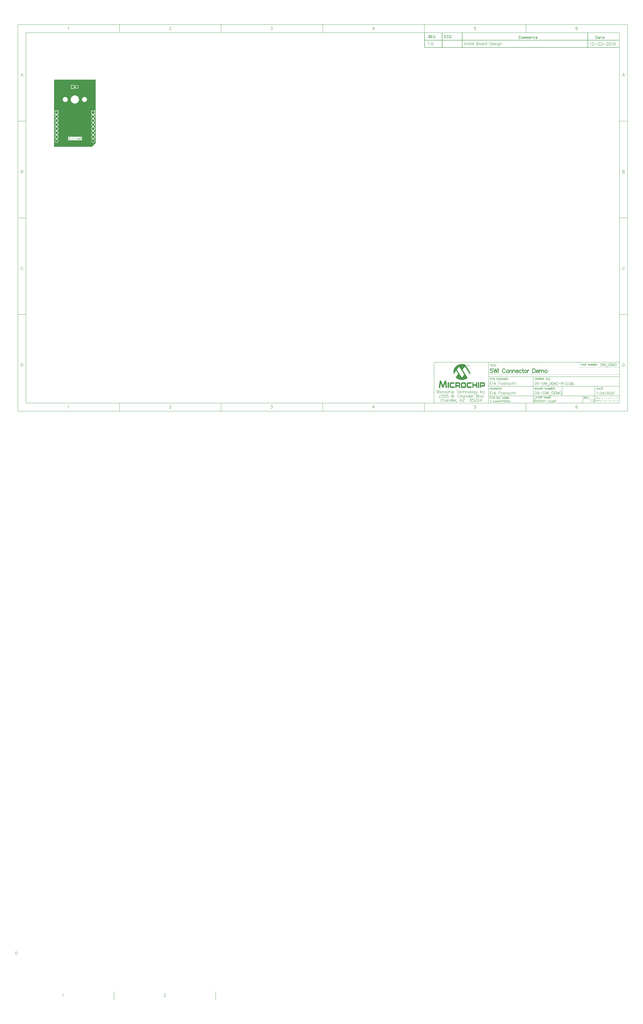
<source format=gbl>
G04 Layer_Physical_Order=2*
G04 Layer_Color=16711680*
%FSLAX43Y43*%
%MOMM*%
G71*
G01*
G75*
%ADD12C,0.250*%
%ADD13C,0.178*%
%ADD14C,0.150*%
%ADD15C,0.100*%
%ADD16C,0.254*%
%ADD17C,0.127*%
%ADD18C,0.381*%
%ADD19C,0.178*%
%ADD20C,0.200*%
%ADD21C,1.700*%
%ADD22R,1.700X1.700*%
%ADD23R,1.700X1.700*%
G36*
X26490Y2751D02*
X24249Y510D01*
X510Y510D01*
X510Y42416D01*
X26490Y42416D01*
X26490Y2751D01*
X26490Y2751D02*
G37*
G36*
X259331Y-135559D02*
X259418Y-135574D01*
X259519Y-135617D01*
X259621Y-135690D01*
X259708Y-135791D01*
X259766Y-135922D01*
X259795Y-136096D01*
X259795Y-136125D01*
X259781Y-136183D01*
X259766Y-136270D01*
X259723Y-136386D01*
X259664Y-136488D01*
X259563Y-136575D01*
X259432Y-136648D01*
X259244Y-136677D01*
X259200Y-136677D01*
X259156Y-136662D01*
X259113Y-136648D01*
X258968Y-136604D01*
X258910Y-136560D01*
X258837Y-136502D01*
X258837Y-136488D01*
X258808Y-136473D01*
X258750Y-136386D01*
X258692Y-136256D01*
X258678Y-136183D01*
X258663Y-136096D01*
X258663Y-136081D01*
X258663Y-136052D01*
X258678Y-136009D01*
X258692Y-135965D01*
X258750Y-135835D01*
X258837Y-135704D01*
X258852Y-135690D01*
X258866Y-135675D01*
X258953Y-135617D01*
X259084Y-135574D01*
X259156Y-135544D01*
X259273Y-135544D01*
X259331Y-135559D01*
X259331Y-135559D02*
G37*
G36*
X255731Y-135066D02*
X255847Y-135066D01*
X255978Y-135080D01*
X256123Y-135109D01*
X256442Y-135153D01*
X256791Y-135225D01*
X257154Y-135327D01*
X257502Y-135472D01*
X260666Y-140508D01*
X260666Y-140523D01*
X260666Y-140552D01*
X260651Y-140595D01*
X260651Y-140668D01*
X260622Y-140842D01*
X260579Y-141060D01*
X260579Y-141074D01*
X260564Y-141103D01*
X260550Y-141176D01*
X260535Y-141248D01*
X260506Y-141335D01*
X260477Y-141452D01*
X260405Y-141684D01*
X257662Y-137373D01*
X257647Y-137359D01*
X257633Y-137315D01*
X257589Y-137272D01*
X257531Y-137199D01*
X257458Y-137141D01*
X257371Y-137097D01*
X257270Y-137054D01*
X257168Y-137039D01*
X257125Y-137039D01*
X257081Y-137054D01*
X257023Y-137083D01*
X256950Y-137112D01*
X256863Y-137170D01*
X256791Y-137257D01*
X256704Y-137359D01*
X255789Y-138621D01*
X259026Y-143716D01*
X259011Y-143730D01*
X258953Y-143774D01*
X258866Y-143846D01*
X258750Y-143933D01*
X258605Y-144035D01*
X258416Y-144151D01*
X258213Y-144282D01*
X257981Y-144398D01*
X257720Y-144528D01*
X257429Y-144659D01*
X257125Y-144775D01*
X256791Y-144877D01*
X256442Y-144964D01*
X256080Y-145036D01*
X255688Y-145080D01*
X255281Y-145094D01*
X255180Y-145094D01*
X255064Y-145080D01*
X254919Y-145065D01*
X254715Y-145036D01*
X254498Y-145007D01*
X254251Y-144949D01*
X253975Y-144891D01*
X253685Y-144804D01*
X253380Y-144688D01*
X253061Y-144557D01*
X252741Y-144398D01*
X252422Y-144209D01*
X252088Y-143991D01*
X251769Y-143730D01*
X251464Y-143440D01*
X252829Y-141553D01*
X252843Y-141539D01*
X252858Y-141481D01*
X252887Y-141393D01*
X252901Y-141321D01*
X252916Y-141248D01*
X252916Y-141219D01*
X252901Y-141147D01*
X252858Y-141016D01*
X252771Y-140856D01*
X251755Y-139274D01*
X250245Y-141364D01*
X250245Y-141350D01*
X250245Y-141335D01*
X250216Y-141248D01*
X250187Y-141132D01*
X250158Y-140958D01*
X250129Y-140755D01*
X250100Y-140523D01*
X250085Y-140261D01*
X250071Y-139986D01*
X250071Y-139957D01*
X250071Y-139899D01*
X250085Y-139797D01*
X250100Y-139652D01*
X250115Y-139492D01*
X250144Y-139289D01*
X250187Y-139071D01*
X250260Y-138825D01*
X250332Y-138563D01*
X250419Y-138302D01*
X250550Y-138012D01*
X250681Y-137736D01*
X250855Y-137446D01*
X251043Y-137155D01*
X251261Y-136880D01*
X251522Y-136604D01*
X251537Y-136589D01*
X251595Y-136531D01*
X251682Y-136459D01*
X251798Y-136357D01*
X251958Y-136241D01*
X252132Y-136111D01*
X252350Y-135965D01*
X252596Y-135820D01*
X252858Y-135675D01*
X253162Y-135544D01*
X253482Y-135414D01*
X253830Y-135298D01*
X254193Y-135196D01*
X254585Y-135124D01*
X254991Y-135066D01*
X255426Y-135051D01*
X255630Y-135051D01*
X255731Y-135066D01*
X255731Y-135066D02*
G37*
G36*
X260971Y-146517D02*
X261043Y-146531D01*
X261101Y-146546D01*
X261116Y-146546D01*
X261145Y-146560D01*
X261232Y-146604D01*
X261290Y-146647D01*
X261333Y-146705D01*
X261377Y-146792D01*
X261406Y-146880D01*
X261406Y-146894D01*
X261421Y-146909D01*
X261421Y-146952D01*
X261435Y-147025D01*
X261435Y-147097D01*
X261450Y-147184D01*
X261450Y-147300D01*
X261450Y-147431D01*
X259563Y-147388D01*
X259548Y-147388D01*
X259490Y-147402D01*
X259432Y-147417D01*
X259345Y-147475D01*
X259273Y-147547D01*
X259200Y-147678D01*
X259171Y-147750D01*
X259142Y-147852D01*
X259127Y-147954D01*
X259127Y-148084D01*
X259127Y-148462D01*
X259127Y-148476D01*
X259127Y-148491D01*
X259127Y-148563D01*
X259156Y-148679D01*
X259185Y-148810D01*
X259229Y-148941D01*
X259302Y-149042D01*
X259403Y-149129D01*
X259476Y-149144D01*
X259548Y-149158D01*
X261479Y-149158D01*
X261479Y-149187D01*
X261479Y-149245D01*
X261479Y-149332D01*
X261464Y-149448D01*
X261450Y-149565D01*
X261435Y-149681D01*
X261406Y-149768D01*
X261363Y-149840D01*
X261363Y-149855D01*
X261333Y-149869D01*
X261290Y-149898D01*
X261232Y-149927D01*
X261145Y-149971D01*
X261043Y-150000D01*
X260898Y-150014D01*
X260724Y-150029D01*
X259316Y-150029D01*
X259200Y-150014D01*
X259069Y-149985D01*
X258924Y-149942D01*
X258779Y-149869D01*
X258648Y-149782D01*
X258547Y-149666D01*
X258547Y-149652D01*
X258518Y-149608D01*
X258489Y-149550D01*
X258460Y-149448D01*
X258431Y-149332D01*
X258402Y-149173D01*
X258387Y-148999D01*
X258373Y-148795D01*
X258373Y-147765D01*
X258373Y-147750D01*
X258373Y-147721D01*
X258373Y-147678D01*
X258373Y-147620D01*
X258402Y-147475D01*
X258431Y-147300D01*
X258474Y-147112D01*
X258547Y-146923D01*
X258648Y-146763D01*
X258721Y-146705D01*
X258794Y-146647D01*
X258808Y-146647D01*
X258837Y-146618D01*
X258881Y-146604D01*
X258953Y-146575D01*
X259040Y-146546D01*
X259156Y-146531D01*
X259273Y-146502D01*
X260797Y-146502D01*
X260971Y-146517D01*
X260971Y-146517D02*
G37*
G36*
X264889Y-150000D02*
X264164Y-150000D01*
X264164Y-148694D01*
X262611Y-148694D01*
X262611Y-150000D01*
X261929Y-150000D01*
X261929Y-146546D01*
X262611Y-146546D01*
X262611Y-147765D01*
X264164Y-147765D01*
X264164Y-146546D01*
X264889Y-146546D01*
X264889Y-150000D01*
X264889Y-150000D02*
G37*
G36*
X245209Y-145414D02*
X245282Y-145428D01*
X245354Y-145472D01*
X245427Y-145530D01*
X245514Y-145631D01*
X245572Y-145762D01*
X245601Y-145936D01*
X246065Y-150000D01*
X245194Y-150000D01*
X244948Y-147083D01*
X244933Y-147083D01*
X244048Y-149419D01*
X244048Y-149434D01*
X244019Y-149477D01*
X243975Y-149550D01*
X243932Y-149608D01*
X243859Y-149681D01*
X243772Y-149753D01*
X243656Y-149797D01*
X243540Y-149811D01*
X243482Y-149811D01*
X243409Y-149797D01*
X243322Y-149768D01*
X243235Y-149710D01*
X243148Y-149652D01*
X243061Y-149550D01*
X243003Y-149419D01*
X242118Y-147126D01*
X242103Y-147126D01*
X241842Y-150000D01*
X241000Y-150000D01*
X241435Y-145893D01*
X241435Y-145878D01*
X241450Y-145820D01*
X241479Y-145733D01*
X241523Y-145646D01*
X241581Y-145559D01*
X241668Y-145472D01*
X241769Y-145414D01*
X241900Y-145399D01*
X241972Y-145399D01*
X242059Y-145428D01*
X242147Y-145457D01*
X242248Y-145515D01*
X242364Y-145588D01*
X242451Y-145704D01*
X242538Y-145864D01*
X243525Y-148374D01*
X243540Y-148374D01*
X244527Y-145864D01*
X244541Y-145849D01*
X244556Y-145791D01*
X244599Y-145718D01*
X244672Y-145631D01*
X244759Y-145544D01*
X244861Y-145472D01*
X244991Y-145414D01*
X245151Y-145399D01*
X245165Y-145399D01*
X245209Y-145414D01*
X245209Y-145414D02*
G37*
G36*
X269026Y-146560D02*
X269142Y-146575D01*
X269272Y-146618D01*
X269403Y-146691D01*
X269534Y-146792D01*
X269650Y-146938D01*
X269722Y-147126D01*
X269722Y-147141D01*
X269737Y-147170D01*
X269737Y-147213D01*
X269751Y-147286D01*
X269766Y-147373D01*
X269766Y-147475D01*
X269780Y-147605D01*
X269780Y-147736D01*
X269780Y-147997D01*
X269780Y-148026D01*
X269780Y-148099D01*
X269766Y-148215D01*
X269751Y-148345D01*
X269693Y-148636D01*
X269650Y-148781D01*
X269577Y-148897D01*
X269577Y-148911D01*
X269548Y-148926D01*
X269505Y-148970D01*
X269461Y-149013D01*
X269316Y-149086D01*
X269214Y-149115D01*
X269113Y-149129D01*
X267386Y-149129D01*
X267386Y-150000D01*
X266674Y-150000D01*
X266674Y-146546D01*
X268953Y-146546D01*
X269026Y-146560D01*
X269026Y-146560D02*
G37*
G36*
X266210Y-150000D02*
X265397Y-150000D01*
X265397Y-146546D01*
X266210Y-146546D01*
X266210Y-150000D01*
X266210Y-150000D02*
G37*
G36*
X253714Y-146560D02*
X253830Y-146604D01*
X253961Y-146676D01*
X254019Y-146734D01*
X254077Y-146792D01*
X254135Y-146880D01*
X254193Y-146981D01*
X254236Y-147097D01*
X254265Y-147242D01*
X254294Y-147388D01*
X254294Y-147576D01*
X254294Y-147779D01*
X254294Y-147794D01*
X254294Y-147808D01*
X254294Y-147896D01*
X254280Y-148012D01*
X254251Y-148157D01*
X254193Y-148316D01*
X254135Y-148447D01*
X254033Y-148578D01*
X253903Y-148650D01*
X253903Y-148665D01*
X253917Y-148665D01*
X253961Y-148694D01*
X254033Y-148737D01*
X254106Y-148795D01*
X254164Y-148897D01*
X254236Y-149028D01*
X254280Y-149202D01*
X254294Y-149419D01*
X254294Y-150000D01*
X253569Y-150000D01*
X253569Y-149594D01*
X253569Y-149579D01*
X253569Y-149550D01*
X253569Y-149492D01*
X253569Y-149434D01*
X253554Y-149318D01*
X253554Y-149260D01*
X253540Y-149231D01*
X253525Y-149216D01*
X253482Y-149158D01*
X253409Y-149115D01*
X253278Y-149100D01*
X252001Y-149100D01*
X252001Y-150000D01*
X251261Y-150000D01*
X251261Y-146546D01*
X253641Y-146546D01*
X253714Y-146560D01*
X253714Y-146560D02*
G37*
G36*
X247299Y-150000D02*
X246501Y-150000D01*
X246501Y-146546D01*
X247299Y-146546D01*
X247299Y-150000D01*
X247299Y-150000D02*
G37*
G36*
X257154Y-146517D02*
X257270Y-146546D01*
X257415Y-146575D01*
X257545Y-146633D01*
X257662Y-146720D01*
X257763Y-146822D01*
X257778Y-146836D01*
X257792Y-146880D01*
X257836Y-146952D01*
X257879Y-147054D01*
X257908Y-147184D01*
X257952Y-147344D01*
X257966Y-147533D01*
X257981Y-147750D01*
X257981Y-148781D01*
X257981Y-148795D01*
X257981Y-148824D01*
X257981Y-148868D01*
X257966Y-148941D01*
X257952Y-149100D01*
X257923Y-149289D01*
X257850Y-149492D01*
X257763Y-149681D01*
X257647Y-149840D01*
X257560Y-149913D01*
X257473Y-149956D01*
X257458Y-149956D01*
X257444Y-149971D01*
X257386Y-149985D01*
X257328Y-149985D01*
X257255Y-150000D01*
X257168Y-150014D01*
X256950Y-150029D01*
X255673Y-150029D01*
X255572Y-150014D01*
X255441Y-149985D01*
X255296Y-149942D01*
X255151Y-149884D01*
X255020Y-149811D01*
X254919Y-149695D01*
X254904Y-149681D01*
X254889Y-149637D01*
X254860Y-149565D01*
X254831Y-149477D01*
X254788Y-149347D01*
X254759Y-149187D01*
X254744Y-148999D01*
X254730Y-148781D01*
X254730Y-147750D01*
X254730Y-147736D01*
X254730Y-147707D01*
X254730Y-147649D01*
X254744Y-147591D01*
X254759Y-147417D01*
X254802Y-147213D01*
X254875Y-147010D01*
X254977Y-146807D01*
X255049Y-146734D01*
X255122Y-146662D01*
X255223Y-146604D01*
X255325Y-146560D01*
X255339Y-146560D01*
X255354Y-146546D01*
X255397Y-146546D01*
X255456Y-146531D01*
X255601Y-146517D01*
X255775Y-146502D01*
X257052Y-146502D01*
X257154Y-146517D01*
X257154Y-146517D02*
G37*
G36*
X250085Y-146517D02*
X250245Y-146517D01*
X250405Y-146531D01*
X250535Y-146560D01*
X250579Y-146575D01*
X250608Y-146589D01*
X250622Y-146589D01*
X250637Y-146618D01*
X250666Y-146662D01*
X250710Y-146734D01*
X250739Y-146836D01*
X250768Y-146981D01*
X250782Y-147155D01*
X250797Y-147388D01*
X248895Y-147388D01*
X248823Y-147402D01*
X248721Y-147446D01*
X248620Y-147533D01*
X248605Y-147562D01*
X248591Y-147591D01*
X248562Y-147649D01*
X248547Y-147721D01*
X248518Y-147823D01*
X248504Y-147939D01*
X248504Y-148084D01*
X248504Y-148462D01*
X248504Y-148476D01*
X248504Y-148520D01*
X248504Y-148592D01*
X248518Y-148679D01*
X248533Y-148853D01*
X248547Y-148926D01*
X248562Y-148984D01*
X248576Y-149013D01*
X248634Y-149071D01*
X248750Y-149129D01*
X248823Y-149144D01*
X248910Y-149158D01*
X250840Y-149158D01*
X250840Y-149173D01*
X250840Y-149245D01*
X250840Y-149332D01*
X250826Y-149434D01*
X250797Y-149652D01*
X250768Y-149739D01*
X250739Y-149811D01*
X250739Y-149826D01*
X250710Y-149840D01*
X250666Y-149884D01*
X250608Y-149913D01*
X250521Y-149956D01*
X250419Y-150000D01*
X250274Y-150014D01*
X250100Y-150029D01*
X248707Y-150029D01*
X248591Y-150014D01*
X248475Y-150000D01*
X248344Y-149956D01*
X248199Y-149913D01*
X248068Y-149840D01*
X247967Y-149753D01*
X247952Y-149739D01*
X247937Y-149695D01*
X247894Y-149623D01*
X247850Y-149521D01*
X247807Y-149390D01*
X247778Y-149216D01*
X247749Y-149013D01*
X247734Y-148781D01*
X247734Y-147750D01*
X247734Y-147736D01*
X247734Y-147707D01*
X247734Y-147649D01*
X247749Y-147576D01*
X247778Y-147388D01*
X247821Y-147184D01*
X247908Y-146967D01*
X248039Y-146763D01*
X248112Y-146691D01*
X248213Y-146618D01*
X248315Y-146560D01*
X248445Y-146531D01*
X248475Y-146531D01*
X248547Y-146517D01*
X248649Y-146502D01*
X249911Y-146502D01*
X250085Y-146517D01*
X250085Y-146517D02*
G37*
%LPC*%
G36*
X14920Y38954D02*
X14920Y38014D01*
X15860Y38014D01*
X15842Y38152D01*
X15731Y38419D01*
X15555Y38649D01*
X15325Y38825D01*
X15057Y38936D01*
X14920Y38954D01*
X14920Y38954D02*
G37*
G36*
X15860Y37715D02*
X14920Y37715D01*
X14920Y36775D01*
X15057Y36793D01*
X15325Y36904D01*
X15555Y37080D01*
X15731Y37310D01*
X15842Y37577D01*
X15860Y37715D01*
X15860Y37715D02*
G37*
G36*
X13380Y39014D02*
X11080Y39014D01*
X11080Y36715D01*
X13380Y36715D01*
X13380Y37629D01*
X13645Y37714D01*
X13668Y37716D01*
X13698Y37577D01*
X13751Y37450D01*
X13809Y37310D01*
X13985Y37080D01*
X14215Y36904D01*
X14483Y36793D01*
X14620Y36775D01*
X14620Y37864D01*
X14620Y38954D01*
X14483Y38936D01*
X14215Y38825D01*
X13985Y38649D01*
X13809Y38419D01*
X13698Y38152D01*
X13668Y38013D01*
X13645Y38015D01*
X13380Y38100D01*
X13380Y39014D01*
X13380Y39014D02*
G37*
G36*
X19603Y31560D02*
X19397Y31560D01*
X19347Y31550D01*
X19297Y31550D01*
X19094Y31510D01*
X19048Y31490D01*
X18999Y31481D01*
X18808Y31401D01*
X18766Y31374D01*
X18719Y31354D01*
X18547Y31239D01*
X18512Y31204D01*
X18470Y31176D01*
X18324Y31030D01*
X18296Y30988D01*
X18261Y30953D01*
X18146Y30781D01*
X18126Y30734D01*
X18099Y30692D01*
X18019Y30501D01*
X18010Y30452D01*
X17990Y30406D01*
X17950Y30203D01*
X17950Y30153D01*
X17940Y30103D01*
X17940Y29897D01*
X17950Y29847D01*
X17950Y29797D01*
X17990Y29594D01*
X18010Y29548D01*
X18019Y29499D01*
X18099Y29308D01*
X18126Y29266D01*
X18146Y29219D01*
X18261Y29047D01*
X18296Y29012D01*
X18324Y28970D01*
X18470Y28824D01*
X18512Y28796D01*
X18547Y28761D01*
X18719Y28646D01*
X18766Y28626D01*
X18808Y28599D01*
X18999Y28519D01*
X19048Y28510D01*
X19094Y28490D01*
X19297Y28450D01*
X19347Y28450D01*
X19397Y28440D01*
X19603Y28440D01*
X19653Y28450D01*
X19703Y28450D01*
X19906Y28490D01*
X19952Y28510D01*
X20001Y28519D01*
X20192Y28599D01*
X20234Y28626D01*
X20281Y28646D01*
X20453Y28761D01*
X20488Y28796D01*
X20530Y28824D01*
X20676Y28970D01*
X20704Y29012D01*
X20739Y29047D01*
X20854Y29219D01*
X20874Y29266D01*
X20901Y29308D01*
X20981Y29499D01*
X20990Y29548D01*
X21010Y29594D01*
X21050Y29797D01*
X21050Y29847D01*
X21060Y29897D01*
X21060Y30103D01*
X21050Y30153D01*
X21050Y30203D01*
X21010Y30406D01*
X20990Y30452D01*
X20981Y30501D01*
X20901Y30692D01*
X20874Y30734D01*
X20854Y30781D01*
X20739Y30953D01*
X20704Y30988D01*
X20676Y31030D01*
X20530Y31176D01*
X20488Y31204D01*
X20453Y31239D01*
X20281Y31354D01*
X20234Y31374D01*
X20192Y31401D01*
X20001Y31481D01*
X19952Y31490D01*
X19906Y31510D01*
X19703Y31550D01*
X19653Y31550D01*
X19603Y31560D01*
X19603Y31560D02*
G37*
G36*
X7603Y31560D02*
X7397Y31560D01*
X7347Y31550D01*
X7297Y31550D01*
X7094Y31510D01*
X7048Y31490D01*
X6999Y31481D01*
X6808Y31401D01*
X6766Y31374D01*
X6719Y31354D01*
X6547Y31239D01*
X6512Y31204D01*
X6470Y31176D01*
X6324Y31030D01*
X6296Y30988D01*
X6261Y30953D01*
X6146Y30781D01*
X6126Y30734D01*
X6099Y30692D01*
X6019Y30501D01*
X6010Y30452D01*
X5990Y30406D01*
X5950Y30203D01*
X5950Y30153D01*
X5940Y30103D01*
X5940Y29897D01*
X5950Y29847D01*
X5950Y29797D01*
X5990Y29594D01*
X6010Y29548D01*
X6019Y29499D01*
X6099Y29308D01*
X6126Y29266D01*
X6146Y29219D01*
X6261Y29047D01*
X6296Y29012D01*
X6324Y28970D01*
X6470Y28824D01*
X6512Y28796D01*
X6547Y28761D01*
X6719Y28646D01*
X6766Y28626D01*
X6808Y28599D01*
X6999Y28519D01*
X7048Y28510D01*
X7094Y28490D01*
X7297Y28450D01*
X7347Y28450D01*
X7397Y28440D01*
X7603Y28440D01*
X7653Y28450D01*
X7703Y28450D01*
X7906Y28490D01*
X7952Y28510D01*
X8001Y28519D01*
X8192Y28599D01*
X8234Y28626D01*
X8281Y28646D01*
X8453Y28761D01*
X8488Y28796D01*
X8530Y28824D01*
X8676Y28970D01*
X8704Y29012D01*
X8739Y29047D01*
X8854Y29219D01*
X8874Y29266D01*
X8901Y29308D01*
X8981Y29499D01*
X8990Y29548D01*
X9010Y29594D01*
X9050Y29797D01*
X9050Y29847D01*
X9060Y29897D01*
X9060Y30103D01*
X9050Y30153D01*
X9050Y30203D01*
X9010Y30406D01*
X8990Y30452D01*
X8981Y30501D01*
X8901Y30692D01*
X8874Y30734D01*
X8854Y30781D01*
X8739Y30953D01*
X8704Y30988D01*
X8676Y31030D01*
X8530Y31176D01*
X8488Y31204D01*
X8453Y31239D01*
X8281Y31354D01*
X8234Y31374D01*
X8192Y31401D01*
X8001Y31481D01*
X7952Y31490D01*
X7906Y31510D01*
X7703Y31550D01*
X7653Y31550D01*
X7603Y31560D01*
X7603Y31560D02*
G37*
G36*
X13702Y32560D02*
X13298Y32560D01*
X13249Y32550D01*
X13199Y32550D01*
X12803Y32471D01*
X12756Y32452D01*
X12707Y32442D01*
X12334Y32288D01*
X12292Y32260D01*
X12246Y32241D01*
X11910Y32016D01*
X11874Y31981D01*
X11833Y31953D01*
X11547Y31667D01*
X11519Y31626D01*
X11484Y31590D01*
X11259Y31254D01*
X11240Y31208D01*
X11212Y31166D01*
X11058Y30793D01*
X11048Y30744D01*
X11029Y30697D01*
X10950Y30301D01*
X10950Y30251D01*
X10940Y30202D01*
X10940Y29798D01*
X10950Y29749D01*
X10950Y29699D01*
X11029Y29303D01*
X11048Y29256D01*
X11058Y29207D01*
X11212Y28834D01*
X11240Y28792D01*
X11259Y28746D01*
X11484Y28410D01*
X11519Y28374D01*
X11547Y28333D01*
X11833Y28047D01*
X11874Y28019D01*
X11910Y27984D01*
X12246Y27759D01*
X12292Y27740D01*
X12334Y27712D01*
X12707Y27558D01*
X12756Y27548D01*
X12803Y27529D01*
X13199Y27450D01*
X13249Y27450D01*
X13298Y27440D01*
X13702Y27440D01*
X13751Y27450D01*
X13801Y27450D01*
X14197Y27529D01*
X14244Y27548D01*
X14293Y27558D01*
X14666Y27712D01*
X14708Y27740D01*
X14754Y27759D01*
X15090Y27984D01*
X15126Y28019D01*
X15167Y28047D01*
X15453Y28333D01*
X15481Y28374D01*
X15516Y28410D01*
X15741Y28746D01*
X15760Y28792D01*
X15788Y28834D01*
X15942Y29207D01*
X15952Y29256D01*
X15971Y29303D01*
X16050Y29699D01*
X16050Y29749D01*
X16060Y29798D01*
X16060Y30202D01*
X16050Y30251D01*
X16050Y30301D01*
X15971Y30697D01*
X15952Y30744D01*
X15942Y30793D01*
X15788Y31166D01*
X15760Y31208D01*
X15741Y31254D01*
X15516Y31590D01*
X15481Y31626D01*
X15453Y31667D01*
X15167Y31953D01*
X15126Y31981D01*
X15090Y32016D01*
X14754Y32241D01*
X14708Y32260D01*
X14666Y32288D01*
X14293Y32442D01*
X14244Y32452D01*
X14197Y32471D01*
X13801Y32550D01*
X13751Y32550D01*
X13702Y32560D01*
X13702Y32560D02*
G37*
G36*
X17921Y6700D02*
X9323Y6700D01*
X9323Y4500D01*
X17921Y4500D01*
X17921Y6700D01*
X17921Y6700D02*
G37*
G36*
X26080Y23040D02*
X23780Y23040D01*
X23780Y20740D01*
X24497Y20740D01*
X24556Y20440D01*
X24350Y20355D01*
X24110Y20170D01*
X23925Y19930D01*
X23810Y19650D01*
X23770Y19350D01*
X23810Y19050D01*
X23925Y18770D01*
X24110Y18530D01*
X24350Y18345D01*
X24630Y18230D01*
X24630Y17930D01*
X24350Y17815D01*
X24110Y17630D01*
X23925Y17390D01*
X23810Y17110D01*
X23770Y16810D01*
X23810Y16510D01*
X23925Y16230D01*
X24110Y15990D01*
X24350Y15805D01*
X24630Y15690D01*
X24630Y15390D01*
X24350Y15275D01*
X24110Y15090D01*
X23925Y14850D01*
X23810Y14570D01*
X23770Y14270D01*
X23810Y13970D01*
X23925Y13690D01*
X24110Y13450D01*
X24350Y13265D01*
X24630Y13150D01*
X24630Y12850D01*
X24350Y12735D01*
X24110Y12550D01*
X23925Y12310D01*
X23810Y12030D01*
X23770Y11730D01*
X23810Y11430D01*
X23925Y11150D01*
X24110Y10910D01*
X24350Y10725D01*
X24630Y10610D01*
X24630Y10310D01*
X24350Y10195D01*
X24110Y10010D01*
X23925Y9770D01*
X23810Y9490D01*
X23770Y9190D01*
X23810Y8890D01*
X23925Y8610D01*
X24110Y8370D01*
X24350Y8185D01*
X24630Y8070D01*
X24630Y7770D01*
X24350Y7655D01*
X24110Y7470D01*
X23925Y7230D01*
X23810Y6950D01*
X23770Y6650D01*
X23810Y6350D01*
X23925Y6070D01*
X24110Y5830D01*
X24350Y5645D01*
X24630Y5530D01*
X24754Y5513D01*
X24808Y5506D01*
X24808Y5203D01*
X24754Y5196D01*
X24643Y5182D01*
X24375Y5071D01*
X24145Y4895D01*
X23969Y4665D01*
X23858Y4397D01*
X23840Y4260D01*
X24930Y4260D01*
X26020Y4260D01*
X26002Y4397D01*
X25891Y4665D01*
X25715Y4895D01*
X25485Y5071D01*
X25217Y5182D01*
X25106Y5196D01*
X25052Y5203D01*
X25052Y5506D01*
X25106Y5513D01*
X25230Y5530D01*
X25510Y5645D01*
X25750Y5830D01*
X25935Y6070D01*
X26050Y6350D01*
X26090Y6650D01*
X26050Y6950D01*
X25935Y7230D01*
X25750Y7470D01*
X25510Y7655D01*
X25230Y7770D01*
X25230Y8070D01*
X25510Y8185D01*
X25750Y8370D01*
X25935Y8610D01*
X26050Y8890D01*
X26090Y9190D01*
X26050Y9490D01*
X25935Y9770D01*
X25750Y10010D01*
X25510Y10195D01*
X25230Y10310D01*
X25230Y10610D01*
X25510Y10725D01*
X25750Y10910D01*
X25935Y11150D01*
X26050Y11430D01*
X26090Y11730D01*
X26050Y12030D01*
X25935Y12310D01*
X25750Y12550D01*
X25510Y12735D01*
X25230Y12850D01*
X25230Y13150D01*
X25510Y13265D01*
X25750Y13450D01*
X25935Y13690D01*
X26050Y13970D01*
X26090Y14270D01*
X26050Y14570D01*
X25935Y14850D01*
X25750Y15090D01*
X25510Y15275D01*
X25230Y15390D01*
X25230Y15690D01*
X25510Y15805D01*
X25750Y15990D01*
X25935Y16230D01*
X26050Y16510D01*
X26090Y16810D01*
X26050Y17110D01*
X25935Y17390D01*
X25750Y17630D01*
X25510Y17815D01*
X25230Y17930D01*
X25230Y18230D01*
X25510Y18345D01*
X25750Y18530D01*
X25935Y18770D01*
X26050Y19050D01*
X26090Y19350D01*
X26050Y19650D01*
X25935Y19930D01*
X25750Y20170D01*
X25510Y20355D01*
X25304Y20440D01*
X25363Y20740D01*
X26080Y20740D01*
X26080Y23040D01*
X26080Y23040D02*
G37*
G36*
X3220Y23040D02*
X920Y23040D01*
X920Y20740D01*
X1637Y20740D01*
X1696Y20440D01*
X1490Y20355D01*
X1250Y20170D01*
X1065Y19930D01*
X950Y19650D01*
X910Y19350D01*
X950Y19050D01*
X1065Y18770D01*
X1250Y18530D01*
X1490Y18345D01*
X1770Y18230D01*
X1770Y17930D01*
X1490Y17815D01*
X1250Y17630D01*
X1065Y17390D01*
X950Y17110D01*
X910Y16810D01*
X950Y16510D01*
X1065Y16230D01*
X1250Y15990D01*
X1490Y15805D01*
X1770Y15690D01*
X1770Y15390D01*
X1490Y15275D01*
X1250Y15090D01*
X1065Y14850D01*
X950Y14570D01*
X910Y14270D01*
X950Y13970D01*
X1065Y13690D01*
X1250Y13450D01*
X1490Y13265D01*
X1770Y13150D01*
X1770Y12850D01*
X1490Y12735D01*
X1250Y12550D01*
X1065Y12310D01*
X950Y12030D01*
X910Y11730D01*
X950Y11430D01*
X1065Y11150D01*
X1250Y10910D01*
X1490Y10725D01*
X1770Y10610D01*
X1770Y10310D01*
X1490Y10195D01*
X1250Y10010D01*
X1065Y9770D01*
X950Y9490D01*
X910Y9190D01*
X950Y8890D01*
X1065Y8610D01*
X1250Y8370D01*
X1490Y8185D01*
X1770Y8070D01*
X1770Y7770D01*
X1490Y7655D01*
X1250Y7470D01*
X1065Y7230D01*
X950Y6950D01*
X910Y6650D01*
X950Y6350D01*
X1065Y6070D01*
X1250Y5830D01*
X1490Y5645D01*
X1770Y5530D01*
X1894Y5513D01*
X1948Y5506D01*
X1948Y5203D01*
X1894Y5196D01*
X1783Y5182D01*
X1515Y5071D01*
X1285Y4895D01*
X1109Y4665D01*
X998Y4397D01*
X980Y4260D01*
X2070Y4260D01*
X3160Y4260D01*
X3142Y4397D01*
X3031Y4665D01*
X2855Y4895D01*
X2625Y5071D01*
X2357Y5182D01*
X2246Y5196D01*
X2192Y5203D01*
X2192Y5506D01*
X2246Y5513D01*
X2370Y5530D01*
X2650Y5645D01*
X2890Y5830D01*
X3075Y6070D01*
X3190Y6350D01*
X3230Y6650D01*
X3190Y6950D01*
X3075Y7230D01*
X2890Y7470D01*
X2650Y7655D01*
X2370Y7770D01*
X2370Y8070D01*
X2650Y8185D01*
X2890Y8370D01*
X3075Y8610D01*
X3190Y8890D01*
X3230Y9190D01*
X3190Y9490D01*
X3075Y9770D01*
X2890Y10010D01*
X2650Y10195D01*
X2370Y10310D01*
X2370Y10610D01*
X2650Y10725D01*
X2890Y10910D01*
X3075Y11150D01*
X3190Y11430D01*
X3230Y11730D01*
X3190Y12030D01*
X3075Y12310D01*
X2890Y12550D01*
X2650Y12735D01*
X2370Y12850D01*
X2370Y13150D01*
X2650Y13265D01*
X2890Y13450D01*
X3075Y13690D01*
X3190Y13970D01*
X3230Y14270D01*
X3190Y14570D01*
X3075Y14850D01*
X2890Y15090D01*
X2650Y15275D01*
X2370Y15390D01*
X2370Y15690D01*
X2650Y15805D01*
X2890Y15990D01*
X3075Y16230D01*
X3190Y16510D01*
X3230Y16810D01*
X3190Y17110D01*
X3075Y17390D01*
X2890Y17630D01*
X2650Y17815D01*
X2370Y17930D01*
X2370Y18230D01*
X2650Y18345D01*
X2890Y18530D01*
X3075Y18770D01*
X3190Y19050D01*
X3230Y19350D01*
X3190Y19650D01*
X3075Y19930D01*
X2890Y20170D01*
X2650Y20355D01*
X2444Y20440D01*
X2503Y20740D01*
X3220Y20740D01*
X3220Y23040D01*
X3220Y23040D02*
G37*
G36*
X1920Y3960D02*
X980Y3960D01*
X998Y3823D01*
X1109Y3555D01*
X1285Y3325D01*
X1515Y3149D01*
X1783Y3038D01*
X1920Y3020D01*
X1920Y3960D01*
X1920Y3960D02*
G37*
G36*
X24780Y3960D02*
X23840Y3960D01*
X23858Y3823D01*
X23969Y3555D01*
X24145Y3325D01*
X24375Y3149D01*
X24643Y3038D01*
X24780Y3020D01*
X24780Y3960D01*
X24780Y3960D02*
G37*
G36*
X26020Y3960D02*
X25080Y3960D01*
X25080Y3020D01*
X25217Y3038D01*
X25485Y3149D01*
X25715Y3325D01*
X25891Y3555D01*
X26002Y3823D01*
X26020Y3960D01*
X26020Y3960D02*
G37*
G36*
X3160Y3960D02*
X2220Y3960D01*
X2220Y3020D01*
X2357Y3038D01*
X2625Y3149D01*
X2855Y3325D01*
X3031Y3555D01*
X3142Y3823D01*
X3160Y3960D01*
X3160Y3960D02*
G37*
G36*
X259244Y-135646D02*
X259171Y-135646D01*
X259084Y-135675D01*
X258997Y-135704D01*
X258910Y-135762D01*
X258823Y-135835D01*
X258765Y-135951D01*
X258750Y-136096D01*
X258750Y-136111D01*
X258750Y-136125D01*
X258765Y-136212D01*
X258808Y-136328D01*
X258895Y-136444D01*
X258924Y-136473D01*
X258997Y-136517D01*
X259098Y-136560D01*
X259244Y-136589D01*
X259258Y-136589D01*
X259316Y-136575D01*
X259389Y-136560D01*
X259476Y-136531D01*
X259563Y-136473D01*
X259635Y-136386D01*
X259693Y-136256D01*
X259708Y-136096D01*
X259708Y-136081D01*
X259708Y-136023D01*
X259679Y-135951D01*
X259650Y-135864D01*
X259592Y-135791D01*
X259519Y-135719D01*
X259403Y-135661D01*
X259244Y-135646D01*
X259244Y-135646D02*
G37*
%LPD*%
G36*
X259374Y-135806D02*
X259447Y-135849D01*
X259476Y-135907D01*
X259490Y-135965D01*
X259490Y-135980D01*
X259490Y-135994D01*
X259476Y-136067D01*
X259418Y-136125D01*
X259374Y-136154D01*
X259316Y-136169D01*
X259505Y-136444D01*
X259389Y-136444D01*
X259215Y-136169D01*
X259113Y-136169D01*
X259113Y-136444D01*
X259011Y-136444D01*
X259011Y-135777D01*
X259287Y-135777D01*
X259374Y-135806D01*
X259374Y-135806D02*
G37*
%LPC*%
G36*
X259273Y-135864D02*
X259113Y-135864D01*
X259113Y-136081D01*
X259287Y-136081D01*
X259331Y-136067D01*
X259360Y-136038D01*
X259374Y-135965D01*
X259374Y-135951D01*
X259360Y-135907D01*
X259331Y-135878D01*
X259273Y-135864D01*
X259273Y-135864D02*
G37*
G36*
X253598Y-137025D02*
X253554Y-137025D01*
X253511Y-137039D01*
X253438Y-137068D01*
X253366Y-137097D01*
X253293Y-137155D01*
X253206Y-137243D01*
X253119Y-137344D01*
X252219Y-138607D01*
X254919Y-142874D01*
X254933Y-142888D01*
X254962Y-142932D01*
X255006Y-143004D01*
X255064Y-143063D01*
X255136Y-143135D01*
X255209Y-143208D01*
X255296Y-143251D01*
X255368Y-143266D01*
X255412Y-143266D01*
X255470Y-143251D01*
X255528Y-143222D01*
X255601Y-143193D01*
X255688Y-143150D01*
X255760Y-143077D01*
X255833Y-142975D01*
X256776Y-141626D01*
X254077Y-137359D01*
X254062Y-137344D01*
X254033Y-137301D01*
X253990Y-137257D01*
X253932Y-137185D01*
X253859Y-137126D01*
X253786Y-137083D01*
X253699Y-137039D01*
X253598Y-137025D01*
X253598Y-137025D02*
G37*
G36*
X268750Y-147373D02*
X267386Y-147373D01*
X267386Y-148258D01*
X268837Y-148258D01*
X268866Y-148244D01*
X268910Y-148215D01*
X268953Y-148171D01*
X268997Y-148099D01*
X269011Y-148012D01*
X269026Y-147896D01*
X269026Y-147765D01*
X269026Y-147750D01*
X269026Y-147707D01*
X269011Y-147634D01*
X268997Y-147562D01*
X268953Y-147504D01*
X268910Y-147431D01*
X268837Y-147388D01*
X268750Y-147373D01*
X268750Y-147373D02*
G37*
G36*
X253249Y-147373D02*
X252001Y-147373D01*
X252001Y-148244D01*
X253366Y-148244D01*
X253409Y-148229D01*
X253467Y-148200D01*
X253525Y-148157D01*
X253569Y-148084D01*
X253598Y-147997D01*
X253612Y-147866D01*
X253612Y-147765D01*
X253612Y-147750D01*
X253612Y-147707D01*
X253598Y-147634D01*
X253569Y-147562D01*
X253525Y-147504D01*
X253453Y-147431D01*
X253366Y-147388D01*
X253249Y-147373D01*
X253249Y-147373D02*
G37*
G36*
X256849Y-147373D02*
X255891Y-147373D01*
X255804Y-147388D01*
X255688Y-147446D01*
X255630Y-147475D01*
X255586Y-147533D01*
X255572Y-147562D01*
X255557Y-147605D01*
X255543Y-147663D01*
X255514Y-147736D01*
X255499Y-147837D01*
X255485Y-147954D01*
X255485Y-148084D01*
X255485Y-148462D01*
X255485Y-148476D01*
X255485Y-148520D01*
X255485Y-148592D01*
X255499Y-148679D01*
X255514Y-148853D01*
X255528Y-148941D01*
X255557Y-149013D01*
X255572Y-149042D01*
X255630Y-149086D01*
X255731Y-149129D01*
X255876Y-149158D01*
X256820Y-149158D01*
X256878Y-149144D01*
X256950Y-149115D01*
X257038Y-149071D01*
X257110Y-148984D01*
X257183Y-148868D01*
X257241Y-148694D01*
X257255Y-148578D01*
X257255Y-148462D01*
X257255Y-148084D01*
X257255Y-148070D01*
X257255Y-148026D01*
X257255Y-147954D01*
X257241Y-147866D01*
X257197Y-147692D01*
X257154Y-147605D01*
X257110Y-147533D01*
X257110Y-147518D01*
X257081Y-147504D01*
X257023Y-147446D01*
X256921Y-147402D01*
X256849Y-147373D01*
X256849Y-147373D02*
G37*
%LPD*%
D12*
X14770Y37864D02*
X14770Y39619D01*
X2070Y4110D02*
X3810Y4110D01*
X5750Y41000D02*
X13389Y41000D01*
X5000Y40250D02*
X5750Y41000D01*
X5000Y5300D02*
X5000Y40250D01*
X13389Y41000D02*
X14770Y39619D01*
X3810Y4110D02*
X5000Y5300D01*
D13*
X335678Y-157358D02*
X335821Y-157287D01*
X336035Y-157073D01*
X336035Y-158572D01*
X336849Y-158429D02*
X336778Y-158501D01*
X336849Y-158572D01*
X336920Y-158501D01*
X336849Y-158429D01*
X337677Y-157073D02*
X337463Y-157144D01*
X337320Y-157358D01*
X337249Y-157715D01*
X337249Y-157930D01*
X337320Y-158287D01*
X337463Y-158501D01*
X337677Y-158572D01*
X337820Y-158572D01*
X338034Y-158501D01*
X338177Y-158287D01*
X338249Y-157930D01*
X338249Y-157715D01*
X338177Y-157358D01*
X338034Y-157144D01*
X337820Y-157073D01*
X337677Y-157073D01*
X335678Y-157358D02*
X335821Y-157287D01*
X336035Y-157073D01*
X336035Y-158572D01*
X336849Y-158429D02*
X336778Y-158501D01*
X336849Y-158572D01*
X336920Y-158501D01*
X336849Y-158429D01*
X337677Y-157073D02*
X337463Y-157144D01*
X337320Y-157358D01*
X337249Y-157715D01*
X337249Y-157930D01*
X337320Y-158287D01*
X337463Y-158501D01*
X337677Y-158572D01*
X337820Y-158572D01*
X338034Y-158501D01*
X338177Y-158287D01*
X338249Y-157930D01*
X338249Y-157715D01*
X338177Y-157358D01*
X338034Y-157144D01*
X337820Y-157073D01*
X337677Y-157073D01*
X335678Y-157358D02*
X335821Y-157287D01*
X336035Y-157073D01*
X336035Y-158572D01*
X336849Y-158429D02*
X336778Y-158501D01*
X336849Y-158572D01*
X336920Y-158501D01*
X336849Y-158429D01*
X337677Y-157073D02*
X337463Y-157144D01*
X337320Y-157358D01*
X337249Y-157715D01*
X337249Y-157930D01*
X337320Y-158287D01*
X337463Y-158501D01*
X337677Y-158572D01*
X337820Y-158572D01*
X338034Y-158501D01*
X338177Y-158287D01*
X338249Y-157930D01*
X338249Y-157715D01*
X338177Y-157358D01*
X338034Y-157144D01*
X337820Y-157073D01*
X337677Y-157073D01*
X9176Y74937D02*
X9345Y75022D01*
X9599Y75276D01*
X9599Y73498D01*
X72650Y74852D02*
X72650Y74937D01*
X72735Y75106D01*
X72820Y75191D01*
X72989Y75276D01*
X73328Y75276D01*
X73497Y75191D01*
X73582Y75106D01*
X73666Y74937D01*
X73666Y74768D01*
X73582Y74598D01*
X73412Y74344D01*
X72566Y73498D01*
X73751Y73498D01*
X135964Y75276D02*
X136896Y75276D01*
X136388Y74598D01*
X136642Y74598D01*
X136811Y74514D01*
X136896Y74429D01*
X136980Y74175D01*
X136980Y74006D01*
X136896Y73752D01*
X136726Y73583D01*
X136472Y73498D01*
X136218Y73498D01*
X135964Y73583D01*
X135880Y73667D01*
X135795Y73837D01*
X200311Y75276D02*
X199464Y74091D01*
X200734Y74091D01*
X200311Y75276D02*
X200311Y73498D01*
X263955Y75276D02*
X263108Y75276D01*
X263023Y74514D01*
X263108Y74598D01*
X263362Y74683D01*
X263616Y74683D01*
X263870Y74598D01*
X264039Y74429D01*
X264124Y74175D01*
X264124Y74006D01*
X264039Y73752D01*
X263870Y73583D01*
X263616Y73498D01*
X263362Y73498D01*
X263108Y73583D01*
X263023Y73667D01*
X262939Y73837D01*
X327582Y75022D02*
X327497Y75191D01*
X327243Y75276D01*
X327074Y75276D01*
X326820Y75191D01*
X326650Y74937D01*
X326566Y74514D01*
X326566Y74091D01*
X326650Y73752D01*
X326820Y73583D01*
X327074Y73498D01*
X327158Y73498D01*
X327412Y73583D01*
X327582Y73752D01*
X327666Y74006D01*
X327666Y74091D01*
X327582Y74344D01*
X327412Y74514D01*
X327158Y74598D01*
X327074Y74598D01*
X326820Y74514D01*
X326650Y74344D01*
X326566Y74091D01*
X357079Y44466D02*
X356402Y46243D01*
X355725Y44466D01*
X355979Y45058D02*
X356825Y45058D01*
X355725Y-14209D02*
X355725Y-15986D01*
X355725Y-14209D02*
X356487Y-14209D01*
X356741Y-14293D01*
X356825Y-14378D01*
X356910Y-14547D01*
X356910Y-14716D01*
X356825Y-14886D01*
X356741Y-14970D01*
X356487Y-15055D01*
X355725Y-15055D02*
X356487Y-15055D01*
X356741Y-15140D01*
X356825Y-15224D01*
X356910Y-15394D01*
X356910Y-15648D01*
X356825Y-15817D01*
X356741Y-15902D01*
X356487Y-15986D01*
X355725Y-15986D01*
X356995Y-74957D02*
X356910Y-74788D01*
X356741Y-74618D01*
X356572Y-74534D01*
X356233Y-74534D01*
X356064Y-74618D01*
X355894Y-74788D01*
X355810Y-74957D01*
X355725Y-75211D01*
X355725Y-75634D01*
X355810Y-75888D01*
X355894Y-76057D01*
X356064Y-76227D01*
X356233Y-76311D01*
X356572Y-76311D01*
X356741Y-76227D01*
X356910Y-76057D01*
X356995Y-75888D01*
X355725Y-134732D02*
X355725Y-136509D01*
X355725Y-134732D02*
X356318Y-134732D01*
X356572Y-134816D01*
X356741Y-134986D01*
X356825Y-135155D01*
X356910Y-135409D01*
X356910Y-135832D01*
X356825Y-136086D01*
X356741Y-136255D01*
X356572Y-136425D01*
X356318Y-136509D01*
X355725Y-136509D01*
X-18841Y44466D02*
X-19518Y46243D01*
X-20195Y44466D01*
X-19941Y45058D02*
X-19095Y45058D01*
X-20195Y-14209D02*
X-20195Y-15986D01*
X-20195Y-14209D02*
X-19433Y-14209D01*
X-19179Y-14293D01*
X-19095Y-14378D01*
X-19010Y-14547D01*
X-19010Y-14716D01*
X-19095Y-14886D01*
X-19179Y-14970D01*
X-19433Y-15055D01*
X-20195Y-15055D02*
X-19433Y-15055D01*
X-19179Y-15140D01*
X-19095Y-15224D01*
X-19010Y-15394D01*
X-19010Y-15648D01*
X-19095Y-15817D01*
X-19179Y-15902D01*
X-19433Y-15986D01*
X-20195Y-15986D01*
X-18925Y-74957D02*
X-19010Y-74788D01*
X-19179Y-74618D01*
X-19348Y-74534D01*
X-19687Y-74534D01*
X-19856Y-74618D01*
X-20026Y-74788D01*
X-20110Y-74957D01*
X-20195Y-75211D01*
X-20195Y-75634D01*
X-20110Y-75888D01*
X-20026Y-76057D01*
X-19856Y-76227D01*
X-19687Y-76311D01*
X-19348Y-76311D01*
X-19179Y-76227D01*
X-19010Y-76057D01*
X-18925Y-75888D01*
X-20195Y-134732D02*
X-20195Y-136509D01*
X-20195Y-134732D02*
X-19602Y-134732D01*
X-19348Y-134816D01*
X-19179Y-134986D01*
X-19095Y-135155D01*
X-19010Y-135409D01*
X-19010Y-135832D01*
X-19095Y-136086D01*
X-19179Y-136255D01*
X-19348Y-136425D01*
X-19602Y-136509D01*
X-20195Y-136509D01*
X9176Y-161283D02*
X9345Y-161198D01*
X9599Y-160944D01*
X9599Y-162722D01*
X72650Y-161368D02*
X72650Y-161283D01*
X72735Y-161114D01*
X72820Y-161029D01*
X72989Y-160944D01*
X73328Y-160944D01*
X73497Y-161029D01*
X73582Y-161114D01*
X73666Y-161283D01*
X73666Y-161452D01*
X73582Y-161622D01*
X73412Y-161876D01*
X72566Y-162722D01*
X73751Y-162722D01*
X135964Y-160944D02*
X136896Y-160944D01*
X136388Y-161622D01*
X136642Y-161622D01*
X136811Y-161706D01*
X136896Y-161791D01*
X136980Y-162045D01*
X136980Y-162214D01*
X136896Y-162468D01*
X136726Y-162637D01*
X136472Y-162722D01*
X136218Y-162722D01*
X135964Y-162637D01*
X135880Y-162553D01*
X135795Y-162383D01*
X200311Y-160944D02*
X199464Y-162129D01*
X200734Y-162129D01*
X200311Y-160944D02*
X200311Y-162722D01*
X263955Y-160944D02*
X263108Y-160944D01*
X263023Y-161706D01*
X263108Y-161622D01*
X263362Y-161537D01*
X263616Y-161537D01*
X263870Y-161622D01*
X264039Y-161791D01*
X264124Y-162045D01*
X264124Y-162214D01*
X264039Y-162468D01*
X263870Y-162637D01*
X263616Y-162722D01*
X263362Y-162722D01*
X263108Y-162637D01*
X263023Y-162553D01*
X262939Y-162383D01*
X327582Y-161198D02*
X327497Y-161029D01*
X327243Y-160944D01*
X327074Y-160944D01*
X326820Y-161029D01*
X326650Y-161283D01*
X326566Y-161706D01*
X326566Y-162129D01*
X326650Y-162468D01*
X326820Y-162637D01*
X327074Y-162722D01*
X327158Y-162722D01*
X327412Y-162637D01*
X327582Y-162468D01*
X327666Y-162214D01*
X327666Y-162129D01*
X327582Y-161876D01*
X327412Y-161706D01*
X327158Y-161622D01*
X327074Y-161622D01*
X326820Y-161706D01*
X326650Y-161876D01*
X326566Y-162129D01*
X243270Y-157146D02*
X243185Y-156976D01*
X243016Y-156807D01*
X242846Y-156722D01*
X242508Y-156722D01*
X242339Y-156807D01*
X242169Y-156976D01*
X242085Y-157146D01*
X242000Y-157400D01*
X242000Y-157823D01*
X242085Y-158077D01*
X242169Y-158246D01*
X242339Y-158415D01*
X242508Y-158500D01*
X242846Y-158500D01*
X243016Y-158415D01*
X243185Y-158246D01*
X243270Y-158077D01*
X243769Y-156722D02*
X243769Y-158500D01*
X243769Y-157654D02*
X244023Y-157400D01*
X244192Y-157315D01*
X244446Y-157315D01*
X244616Y-157400D01*
X244700Y-157654D01*
X244700Y-158500D01*
X246182Y-157315D02*
X246182Y-158500D01*
X246182Y-157569D02*
X246012Y-157400D01*
X245843Y-157315D01*
X245589Y-157315D01*
X245420Y-157400D01*
X245251Y-157569D01*
X245166Y-157823D01*
X245166Y-157992D01*
X245251Y-158246D01*
X245420Y-158415D01*
X245589Y-158500D01*
X245843Y-158500D01*
X246012Y-158415D01*
X246182Y-158246D01*
X246656Y-157315D02*
X246656Y-158500D01*
X246656Y-157654D02*
X246910Y-157400D01*
X247079Y-157315D01*
X247333Y-157315D01*
X247502Y-157400D01*
X247587Y-157654D01*
X247587Y-158500D01*
X249068Y-156722D02*
X249068Y-158500D01*
X249068Y-157569D02*
X248899Y-157400D01*
X248730Y-157315D01*
X248476Y-157315D01*
X248306Y-157400D01*
X248137Y-157569D01*
X248052Y-157823D01*
X248052Y-157992D01*
X248137Y-158246D01*
X248306Y-158415D01*
X248476Y-158500D01*
X248730Y-158500D01*
X248899Y-158415D01*
X249068Y-158246D01*
X249542Y-156722D02*
X249542Y-158500D01*
X249915Y-157823D02*
X250930Y-157823D01*
X250930Y-157654D01*
X250846Y-157484D01*
X250761Y-157400D01*
X250592Y-157315D01*
X250338Y-157315D01*
X250169Y-157400D01*
X249999Y-157569D01*
X249915Y-157823D01*
X249915Y-157992D01*
X249999Y-158246D01*
X250169Y-158415D01*
X250338Y-158500D01*
X250592Y-158500D01*
X250761Y-158415D01*
X250930Y-158246D01*
X251311Y-157315D02*
X251311Y-158500D01*
X251311Y-157823D02*
X251396Y-157569D01*
X251565Y-157400D01*
X251735Y-157315D01*
X251989Y-157315D01*
X252319Y-158415D02*
X252234Y-158500D01*
X252149Y-158415D01*
X252234Y-158331D01*
X252319Y-158415D01*
X252319Y-158585D01*
X252234Y-158754D01*
X252149Y-158839D01*
X255459Y-158500D02*
X254782Y-156722D01*
X254105Y-158500D01*
X254359Y-157907D02*
X255205Y-157907D01*
X257059Y-156722D02*
X255874Y-158500D01*
X255874Y-156722D02*
X257059Y-156722D01*
X255874Y-158500D02*
X257059Y-158500D01*
X260673Y-156722D02*
X260420Y-156807D01*
X260335Y-156976D01*
X260335Y-157146D01*
X260420Y-157315D01*
X260589Y-157400D01*
X260927Y-157484D01*
X261181Y-157569D01*
X261351Y-157738D01*
X261435Y-157907D01*
X261435Y-158161D01*
X261351Y-158331D01*
X261266Y-158415D01*
X261012Y-158500D01*
X260673Y-158500D01*
X260420Y-158415D01*
X260335Y-158331D01*
X260250Y-158161D01*
X260250Y-157907D01*
X260335Y-157738D01*
X260504Y-157569D01*
X260758Y-157484D01*
X261097Y-157400D01*
X261266Y-157315D01*
X261351Y-157146D01*
X261351Y-156976D01*
X261266Y-156807D01*
X261012Y-156722D01*
X260673Y-156722D01*
X262849Y-156722D02*
X262002Y-156722D01*
X261918Y-157484D01*
X262002Y-157400D01*
X262256Y-157315D01*
X262510Y-157315D01*
X262764Y-157400D01*
X262934Y-157569D01*
X263018Y-157823D01*
X263018Y-157992D01*
X262934Y-158246D01*
X262764Y-158415D01*
X262510Y-158500D01*
X262256Y-158500D01*
X262002Y-158415D01*
X261918Y-158331D01*
X261833Y-158161D01*
X263501Y-157146D02*
X263501Y-157061D01*
X263585Y-156892D01*
X263670Y-156807D01*
X263839Y-156722D01*
X264178Y-156722D01*
X264347Y-156807D01*
X264432Y-156892D01*
X264517Y-157061D01*
X264517Y-157230D01*
X264432Y-157400D01*
X264263Y-157654D01*
X263416Y-158500D01*
X264601Y-158500D01*
X265084Y-157146D02*
X265084Y-157061D01*
X265168Y-156892D01*
X265253Y-156807D01*
X265422Y-156722D01*
X265761Y-156722D01*
X265930Y-156807D01*
X266015Y-156892D01*
X266099Y-157061D01*
X266099Y-157230D01*
X266015Y-157400D01*
X265845Y-157654D01*
X264999Y-158500D01*
X266184Y-158500D01*
X267428Y-156722D02*
X266582Y-157907D01*
X267852Y-157907D01*
X267428Y-156722D02*
X267428Y-158500D01*
X241085Y-154646D02*
X241085Y-154561D01*
X241169Y-154392D01*
X241254Y-154307D01*
X241423Y-154222D01*
X241762Y-154222D01*
X241931Y-154307D01*
X242016Y-154392D01*
X242100Y-154561D01*
X242100Y-154730D01*
X242016Y-154900D01*
X241846Y-155154D01*
X241000Y-156000D01*
X242185Y-156000D01*
X242752Y-154222D02*
X243683Y-154222D01*
X243175Y-154900D01*
X243429Y-154900D01*
X243599Y-154984D01*
X243683Y-155069D01*
X243768Y-155323D01*
X243768Y-155492D01*
X243683Y-155746D01*
X243514Y-155915D01*
X243260Y-156000D01*
X243006Y-156000D01*
X242752Y-155915D01*
X242668Y-155831D01*
X242583Y-155661D01*
X245182Y-154222D02*
X244335Y-154222D01*
X244251Y-154984D01*
X244335Y-154900D01*
X244589Y-154815D01*
X244843Y-154815D01*
X245097Y-154900D01*
X245266Y-155069D01*
X245351Y-155323D01*
X245351Y-155492D01*
X245266Y-155746D01*
X245097Y-155915D01*
X244843Y-156000D01*
X244589Y-156000D01*
X244335Y-155915D01*
X244251Y-155831D01*
X244166Y-155661D01*
X246765Y-154222D02*
X245918Y-154222D01*
X245833Y-154984D01*
X245918Y-154900D01*
X246172Y-154815D01*
X246426Y-154815D01*
X246680Y-154900D01*
X246849Y-155069D01*
X246934Y-155323D01*
X246934Y-155492D01*
X246849Y-155746D01*
X246680Y-155915D01*
X246426Y-156000D01*
X246172Y-156000D01*
X245918Y-155915D01*
X245833Y-155831D01*
X245749Y-155661D01*
X248728Y-154222D02*
X249152Y-156000D01*
X249575Y-154222D02*
X249152Y-156000D01*
X249575Y-154222D02*
X249998Y-156000D01*
X250421Y-154222D02*
X249998Y-156000D01*
X250862Y-155831D02*
X250777Y-155915D01*
X250862Y-156000D01*
X250946Y-155915D01*
X250862Y-155831D01*
X254002Y-154646D02*
X253917Y-154476D01*
X253748Y-154307D01*
X253579Y-154222D01*
X253240Y-154222D01*
X253071Y-154307D01*
X252902Y-154476D01*
X252817Y-154646D01*
X252732Y-154900D01*
X252732Y-155323D01*
X252817Y-155577D01*
X252902Y-155746D01*
X253071Y-155915D01*
X253240Y-156000D01*
X253579Y-156000D01*
X253748Y-155915D01*
X253917Y-155746D01*
X254002Y-155577D01*
X254501Y-154222D02*
X254501Y-156000D01*
X254501Y-155154D02*
X254755Y-154900D01*
X254925Y-154815D01*
X255179Y-154815D01*
X255348Y-154900D01*
X255433Y-155154D01*
X255433Y-156000D01*
X256914Y-154815D02*
X256914Y-156000D01*
X256914Y-155069D02*
X256745Y-154900D01*
X256575Y-154815D01*
X256321Y-154815D01*
X256152Y-154900D01*
X255983Y-155069D01*
X255898Y-155323D01*
X255898Y-155492D01*
X255983Y-155746D01*
X256152Y-155915D01*
X256321Y-156000D01*
X256575Y-156000D01*
X256745Y-155915D01*
X256914Y-155746D01*
X257388Y-154815D02*
X257388Y-156000D01*
X257388Y-155154D02*
X257642Y-154900D01*
X257811Y-154815D01*
X258065Y-154815D01*
X258234Y-154900D01*
X258319Y-155154D01*
X258319Y-156000D01*
X259800Y-154222D02*
X259800Y-156000D01*
X259800Y-155069D02*
X259631Y-154900D01*
X259462Y-154815D01*
X259208Y-154815D01*
X259039Y-154900D01*
X258869Y-155069D01*
X258785Y-155323D01*
X258785Y-155492D01*
X258869Y-155746D01*
X259039Y-155915D01*
X259208Y-156000D01*
X259462Y-156000D01*
X259631Y-155915D01*
X259800Y-155746D01*
X260274Y-154222D02*
X260274Y-156000D01*
X260647Y-155323D02*
X261663Y-155323D01*
X261663Y-155154D01*
X261578Y-154984D01*
X261493Y-154900D01*
X261324Y-154815D01*
X261070Y-154815D01*
X260901Y-154900D01*
X260732Y-155069D01*
X260647Y-155323D01*
X260647Y-155492D01*
X260732Y-155746D01*
X260901Y-155915D01*
X261070Y-156000D01*
X261324Y-156000D01*
X261493Y-155915D01*
X261663Y-155746D01*
X262044Y-154815D02*
X262044Y-156000D01*
X262044Y-155323D02*
X262128Y-155069D01*
X262298Y-154900D01*
X262467Y-154815D01*
X262721Y-154815D01*
X264278Y-154222D02*
X264278Y-156000D01*
X264278Y-154222D02*
X265040Y-154222D01*
X265294Y-154307D01*
X265379Y-154392D01*
X265463Y-154561D01*
X265463Y-154730D01*
X265379Y-154900D01*
X265294Y-154984D01*
X265040Y-155069D01*
X264278Y-155069D02*
X265040Y-155069D01*
X265294Y-155154D01*
X265379Y-155238D01*
X265463Y-155407D01*
X265463Y-155661D01*
X265379Y-155831D01*
X265294Y-155915D01*
X265040Y-156000D01*
X264278Y-156000D01*
X265861Y-154222D02*
X265861Y-156000D01*
X266234Y-154815D02*
X266742Y-156000D01*
X267250Y-154815D02*
X266742Y-156000D01*
X268553Y-154222D02*
X268553Y-156000D01*
X268553Y-155069D02*
X268384Y-154900D01*
X268215Y-154815D01*
X267961Y-154815D01*
X267791Y-154900D01*
X267622Y-155069D01*
X267537Y-155323D01*
X267537Y-155492D01*
X267622Y-155746D01*
X267791Y-155915D01*
X267961Y-156000D01*
X268215Y-156000D01*
X268384Y-155915D01*
X268553Y-155746D01*
X269112Y-155831D02*
X269027Y-155915D01*
X269112Y-156000D01*
X269196Y-155915D01*
X269112Y-155831D01*
X239770Y-151482D02*
X239770Y-153260D01*
X239770Y-151482D02*
X240447Y-153260D01*
X241124Y-151482D02*
X240447Y-153260D01*
X241124Y-151482D02*
X241124Y-153260D01*
X241802Y-151482D02*
X241886Y-151567D01*
X241971Y-151482D01*
X241886Y-151398D01*
X241802Y-151482D01*
X241886Y-152075D02*
X241886Y-153260D01*
X243300Y-152329D02*
X243131Y-152160D01*
X242961Y-152075D01*
X242707Y-152075D01*
X242538Y-152160D01*
X242369Y-152329D01*
X242284Y-152583D01*
X242284Y-152752D01*
X242369Y-153006D01*
X242538Y-153175D01*
X242707Y-153260D01*
X242961Y-153260D01*
X243131Y-153175D01*
X243300Y-153006D01*
X243681Y-152075D02*
X243681Y-153260D01*
X243681Y-152583D02*
X243765Y-152329D01*
X243935Y-152160D01*
X244104Y-152075D01*
X244358Y-152075D01*
X244942Y-152075D02*
X244773Y-152160D01*
X244603Y-152329D01*
X244519Y-152583D01*
X244519Y-152752D01*
X244603Y-153006D01*
X244773Y-153175D01*
X244942Y-153260D01*
X245196Y-153260D01*
X245365Y-153175D01*
X245535Y-153006D01*
X245619Y-152752D01*
X245619Y-152583D01*
X245535Y-152329D01*
X245365Y-152160D01*
X245196Y-152075D01*
X244942Y-152075D01*
X247024Y-152329D02*
X246855Y-152160D01*
X246686Y-152075D01*
X246432Y-152075D01*
X246263Y-152160D01*
X246093Y-152329D01*
X246009Y-152583D01*
X246009Y-152752D01*
X246093Y-153006D01*
X246263Y-153175D01*
X246432Y-153260D01*
X246686Y-153260D01*
X246855Y-153175D01*
X247024Y-153006D01*
X247405Y-151482D02*
X247405Y-153260D01*
X247405Y-152413D02*
X247659Y-152160D01*
X247829Y-152075D01*
X248083Y-152075D01*
X248252Y-152160D01*
X248336Y-152413D01*
X248336Y-153260D01*
X248971Y-151482D02*
X249056Y-151567D01*
X249141Y-151482D01*
X249056Y-151398D01*
X248971Y-151482D01*
X249056Y-152075D02*
X249056Y-153260D01*
X249454Y-152075D02*
X249454Y-153853D01*
X249454Y-152329D02*
X249623Y-152160D01*
X249792Y-152075D01*
X250046Y-152075D01*
X250216Y-152160D01*
X250385Y-152329D01*
X250470Y-152583D01*
X250470Y-152752D01*
X250385Y-153006D01*
X250216Y-153175D01*
X250046Y-153260D01*
X249792Y-153260D01*
X249623Y-153175D01*
X249454Y-153006D01*
X252840Y-151482D02*
X252840Y-153260D01*
X252247Y-151482D02*
X253432Y-151482D01*
X253644Y-152583D02*
X254660Y-152583D01*
X254660Y-152413D01*
X254575Y-152244D01*
X254490Y-152160D01*
X254321Y-152075D01*
X254067Y-152075D01*
X253898Y-152160D01*
X253729Y-152329D01*
X253644Y-152583D01*
X253644Y-152752D01*
X253729Y-153006D01*
X253898Y-153175D01*
X254067Y-153260D01*
X254321Y-153260D01*
X254490Y-153175D01*
X254660Y-153006D01*
X256056Y-152329D02*
X255887Y-152160D01*
X255718Y-152075D01*
X255464Y-152075D01*
X255295Y-152160D01*
X255125Y-152329D01*
X255041Y-152583D01*
X255041Y-152752D01*
X255125Y-153006D01*
X255295Y-153175D01*
X255464Y-153260D01*
X255718Y-153260D01*
X255887Y-153175D01*
X256056Y-153006D01*
X256437Y-151482D02*
X256437Y-153260D01*
X256437Y-152413D02*
X256691Y-152160D01*
X256861Y-152075D01*
X257115Y-152075D01*
X257284Y-152160D01*
X257368Y-152413D01*
X257368Y-153260D01*
X257834Y-152075D02*
X257834Y-153260D01*
X257834Y-152413D02*
X258088Y-152160D01*
X258257Y-152075D01*
X258511Y-152075D01*
X258680Y-152160D01*
X258765Y-152413D01*
X258765Y-153260D01*
X259654Y-152075D02*
X259485Y-152160D01*
X259315Y-152329D01*
X259231Y-152583D01*
X259231Y-152752D01*
X259315Y-153006D01*
X259485Y-153175D01*
X259654Y-153260D01*
X259908Y-153260D01*
X260077Y-153175D01*
X260246Y-153006D01*
X260331Y-152752D01*
X260331Y-152583D01*
X260246Y-152329D01*
X260077Y-152160D01*
X259908Y-152075D01*
X259654Y-152075D01*
X260721Y-151482D02*
X260721Y-153260D01*
X261516Y-152075D02*
X261347Y-152160D01*
X261178Y-152329D01*
X261093Y-152583D01*
X261093Y-152752D01*
X261178Y-153006D01*
X261347Y-153175D01*
X261516Y-153260D01*
X261770Y-153260D01*
X261939Y-153175D01*
X262109Y-153006D01*
X262193Y-152752D01*
X262193Y-152583D01*
X262109Y-152329D01*
X261939Y-152160D01*
X261770Y-152075D01*
X261516Y-152075D01*
X263599Y-152075D02*
X263599Y-153429D01*
X263514Y-153683D01*
X263429Y-153768D01*
X263260Y-153853D01*
X263006Y-153853D01*
X262837Y-153768D01*
X263599Y-152329D02*
X263429Y-152160D01*
X263260Y-152075D01*
X263006Y-152075D01*
X262837Y-152160D01*
X262667Y-152329D01*
X262583Y-152583D01*
X262583Y-152752D01*
X262667Y-153006D01*
X262837Y-153175D01*
X263006Y-153260D01*
X263260Y-153260D01*
X263429Y-153175D01*
X263599Y-153006D01*
X264157Y-152075D02*
X264665Y-153260D01*
X265173Y-152075D02*
X264665Y-153260D01*
X264496Y-153599D01*
X264327Y-153768D01*
X264157Y-153853D01*
X264073Y-153853D01*
X266866Y-151482D02*
X266866Y-153260D01*
X267238Y-152075D02*
X267238Y-153260D01*
X267238Y-152413D02*
X267492Y-152160D01*
X267662Y-152075D01*
X267916Y-152075D01*
X268085Y-152160D01*
X268170Y-152413D01*
X268170Y-153260D01*
X269651Y-152329D02*
X269482Y-152160D01*
X269312Y-152075D01*
X269058Y-152075D01*
X268889Y-152160D01*
X268720Y-152329D01*
X268635Y-152583D01*
X268635Y-152752D01*
X268720Y-153006D01*
X268889Y-153175D01*
X269058Y-153260D01*
X269312Y-153260D01*
X269482Y-153175D01*
X269651Y-153006D01*
X270117Y-153091D02*
X270032Y-153175D01*
X270117Y-153260D01*
X270201Y-153175D01*
X270117Y-153091D01*
X274100Y-146222D02*
X273000Y-146222D01*
X273000Y-148000D01*
X274100Y-148000D01*
X273000Y-147069D02*
X273677Y-147069D01*
X274397Y-146815D02*
X274397Y-148000D01*
X274397Y-147323D02*
X274481Y-147069D01*
X274651Y-146900D01*
X274820Y-146815D01*
X275074Y-146815D01*
X275404Y-146222D02*
X275489Y-146307D01*
X275573Y-146222D01*
X275489Y-146138D01*
X275404Y-146222D01*
X275489Y-146815D02*
X275489Y-148000D01*
X275887Y-146222D02*
X275887Y-148000D01*
X276733Y-146815D02*
X275887Y-147661D01*
X276225Y-147323D02*
X276818Y-148000D01*
X278494Y-146222D02*
X278494Y-148000D01*
X278494Y-146222D02*
X279594Y-146222D01*
X278494Y-147069D02*
X279171Y-147069D01*
X280813Y-146815D02*
X280813Y-148000D01*
X280813Y-147069D02*
X280644Y-146900D01*
X280474Y-146815D01*
X280221Y-146815D01*
X280051Y-146900D01*
X279882Y-147069D01*
X279797Y-147323D01*
X279797Y-147492D01*
X279882Y-147746D01*
X280051Y-147915D01*
X280221Y-148000D01*
X280474Y-148000D01*
X280644Y-147915D01*
X280813Y-147746D01*
X282218Y-147069D02*
X282134Y-146900D01*
X281880Y-146815D01*
X281626Y-146815D01*
X281372Y-146900D01*
X281287Y-147069D01*
X281372Y-147238D01*
X281541Y-147323D01*
X281964Y-147407D01*
X282134Y-147492D01*
X282218Y-147661D01*
X282218Y-147746D01*
X282134Y-147915D01*
X281880Y-148000D01*
X281626Y-148000D01*
X281372Y-147915D01*
X281287Y-147746D01*
X282591Y-146815D02*
X282591Y-148000D01*
X282591Y-147154D02*
X282845Y-146900D01*
X283014Y-146815D01*
X283268Y-146815D01*
X283437Y-146900D01*
X283522Y-147154D01*
X283522Y-148000D01*
X285003Y-146815D02*
X285003Y-148000D01*
X285003Y-147069D02*
X284834Y-146900D01*
X284665Y-146815D01*
X284411Y-146815D01*
X284241Y-146900D01*
X284072Y-147069D01*
X283987Y-147323D01*
X283987Y-147492D01*
X284072Y-147746D01*
X284241Y-147915D01*
X284411Y-148000D01*
X284665Y-148000D01*
X284834Y-147915D01*
X285003Y-147746D01*
X286493Y-147069D02*
X286324Y-146900D01*
X286154Y-146815D01*
X285900Y-146815D01*
X285731Y-146900D01*
X285562Y-147069D01*
X285477Y-147323D01*
X285477Y-147492D01*
X285562Y-147746D01*
X285731Y-147915D01*
X285900Y-148000D01*
X286154Y-148000D01*
X286324Y-147915D01*
X286493Y-147746D01*
X286874Y-146222D02*
X286874Y-148000D01*
X286874Y-147154D02*
X287128Y-146900D01*
X287297Y-146815D01*
X287551Y-146815D01*
X287720Y-146900D01*
X287805Y-147154D01*
X287805Y-148000D01*
X288525Y-146222D02*
X288525Y-147661D01*
X288609Y-147915D01*
X288779Y-148000D01*
X288948Y-148000D01*
X288271Y-146815D02*
X288863Y-146815D01*
X274100Y-152222D02*
X273000Y-152222D01*
X273000Y-154000D01*
X274100Y-154000D01*
X273000Y-153069D02*
X273677Y-153069D01*
X274397Y-152815D02*
X274397Y-154000D01*
X274397Y-153323D02*
X274481Y-153069D01*
X274651Y-152900D01*
X274820Y-152815D01*
X275074Y-152815D01*
X275404Y-152222D02*
X275489Y-152307D01*
X275573Y-152222D01*
X275489Y-152138D01*
X275404Y-152222D01*
X275489Y-152815D02*
X275489Y-154000D01*
X275887Y-152222D02*
X275887Y-154000D01*
X276733Y-152815D02*
X275887Y-153661D01*
X276225Y-153323D02*
X276818Y-154000D01*
X278494Y-152222D02*
X278494Y-154000D01*
X278494Y-152222D02*
X279594Y-152222D01*
X278494Y-153069D02*
X279171Y-153069D01*
X280813Y-152815D02*
X280813Y-154000D01*
X280813Y-153069D02*
X280644Y-152900D01*
X280474Y-152815D01*
X280221Y-152815D01*
X280051Y-152900D01*
X279882Y-153069D01*
X279797Y-153323D01*
X279797Y-153492D01*
X279882Y-153746D01*
X280051Y-153915D01*
X280221Y-154000D01*
X280474Y-154000D01*
X280644Y-153915D01*
X280813Y-153746D01*
X282218Y-153069D02*
X282134Y-152900D01*
X281880Y-152815D01*
X281626Y-152815D01*
X281372Y-152900D01*
X281287Y-153069D01*
X281372Y-153238D01*
X281541Y-153323D01*
X281964Y-153407D01*
X282134Y-153492D01*
X282218Y-153661D01*
X282218Y-153746D01*
X282134Y-153915D01*
X281880Y-154000D01*
X281626Y-154000D01*
X281372Y-153915D01*
X281287Y-153746D01*
X282591Y-152815D02*
X282591Y-154000D01*
X282591Y-153154D02*
X282845Y-152900D01*
X283014Y-152815D01*
X283268Y-152815D01*
X283437Y-152900D01*
X283522Y-153154D01*
X283522Y-154000D01*
X285003Y-152815D02*
X285003Y-154000D01*
X285003Y-153069D02*
X284834Y-152900D01*
X284665Y-152815D01*
X284411Y-152815D01*
X284241Y-152900D01*
X284072Y-153069D01*
X283987Y-153323D01*
X283987Y-153492D01*
X284072Y-153746D01*
X284241Y-153915D01*
X284411Y-154000D01*
X284665Y-154000D01*
X284834Y-153915D01*
X285003Y-153746D01*
X286493Y-153069D02*
X286324Y-152900D01*
X286154Y-152815D01*
X285900Y-152815D01*
X285731Y-152900D01*
X285562Y-153069D01*
X285477Y-153323D01*
X285477Y-153492D01*
X285562Y-153746D01*
X285731Y-153915D01*
X285900Y-154000D01*
X286154Y-154000D01*
X286324Y-153915D01*
X286493Y-153746D01*
X286874Y-152222D02*
X286874Y-154000D01*
X286874Y-153154D02*
X287128Y-152900D01*
X287297Y-152815D01*
X287551Y-152815D01*
X287720Y-152900D01*
X287805Y-153154D01*
X287805Y-154000D01*
X288525Y-152222D02*
X288525Y-153661D01*
X288609Y-153915D01*
X288779Y-154000D01*
X288948Y-154000D01*
X288271Y-152815D02*
X288863Y-152815D01*
X301428Y-146500D02*
X301214Y-146572D01*
X301071Y-146786D01*
X301000Y-147143D01*
X301000Y-147357D01*
X301071Y-147714D01*
X301214Y-147929D01*
X301428Y-148000D01*
X301571Y-148000D01*
X301786Y-147929D01*
X301928Y-147714D01*
X302000Y-147357D01*
X302000Y-147143D01*
X301928Y-146786D01*
X301786Y-146572D01*
X301571Y-146500D01*
X301428Y-146500D01*
X303192Y-146500D02*
X302478Y-146500D01*
X302407Y-147143D01*
X302478Y-147072D01*
X302693Y-147000D01*
X302907Y-147000D01*
X303121Y-147072D01*
X303264Y-147214D01*
X303335Y-147429D01*
X303335Y-147572D01*
X303264Y-147786D01*
X303121Y-147929D01*
X302907Y-148000D01*
X302693Y-148000D01*
X302478Y-147929D01*
X302407Y-147857D01*
X302335Y-147714D01*
X303671Y-147357D02*
X304956Y-147357D01*
X306399Y-146715D02*
X306256Y-146572D01*
X306042Y-146500D01*
X305756Y-146500D01*
X305542Y-146572D01*
X305399Y-146715D01*
X305399Y-146857D01*
X305470Y-147000D01*
X305542Y-147072D01*
X305685Y-147143D01*
X306113Y-147286D01*
X306256Y-147357D01*
X306327Y-147429D01*
X306399Y-147572D01*
X306399Y-147786D01*
X306256Y-147929D01*
X306042Y-148000D01*
X305756Y-148000D01*
X305542Y-147929D01*
X305399Y-147786D01*
X306734Y-146500D02*
X307092Y-148000D01*
X307449Y-146500D02*
X307092Y-148000D01*
X307449Y-146500D02*
X307806Y-148000D01*
X308163Y-146500D02*
X307806Y-148000D01*
X308463Y-146500D02*
X308463Y-148000D01*
X308777Y-148500D02*
X309920Y-148500D01*
X310112Y-146500D02*
X310112Y-148000D01*
X310112Y-146500D02*
X310612Y-146500D01*
X310826Y-146572D01*
X310969Y-146715D01*
X311041Y-146857D01*
X311112Y-147072D01*
X311112Y-147429D01*
X311041Y-147643D01*
X310969Y-147786D01*
X310826Y-147929D01*
X310612Y-148000D01*
X310112Y-148000D01*
X312376Y-146500D02*
X311448Y-146500D01*
X311448Y-148000D01*
X312376Y-148000D01*
X311448Y-147214D02*
X312019Y-147214D01*
X312626Y-146500D02*
X312626Y-148000D01*
X312626Y-146500D02*
X313197Y-148000D01*
X313769Y-146500D02*
X313197Y-148000D01*
X313769Y-146500D02*
X313769Y-148000D01*
X314626Y-146500D02*
X314483Y-146572D01*
X314340Y-146715D01*
X314269Y-146857D01*
X314197Y-147072D01*
X314197Y-147429D01*
X314269Y-147643D01*
X314340Y-147786D01*
X314483Y-147929D01*
X314626Y-148000D01*
X314911Y-148000D01*
X315054Y-147929D01*
X315197Y-147786D01*
X315268Y-147643D01*
X315340Y-147429D01*
X315340Y-147072D01*
X315268Y-146857D01*
X315197Y-146715D01*
X315054Y-146572D01*
X314911Y-146500D01*
X314626Y-146500D01*
X315690Y-147357D02*
X316975Y-147357D01*
X317418Y-146500D02*
X317418Y-148000D01*
X317418Y-146500D02*
X318061Y-146500D01*
X318275Y-146572D01*
X318346Y-146643D01*
X318418Y-146786D01*
X318418Y-146929D01*
X318346Y-147072D01*
X318275Y-147143D01*
X318061Y-147214D01*
X317418Y-147214D01*
X317918Y-147214D02*
X318418Y-148000D01*
X318753Y-146786D02*
X318896Y-146715D01*
X319110Y-146500D01*
X319110Y-148000D01*
X319925Y-147857D02*
X319853Y-147929D01*
X319925Y-148000D01*
X319996Y-147929D01*
X319925Y-147857D01*
X320753Y-146500D02*
X320539Y-146572D01*
X320396Y-146786D01*
X320324Y-147143D01*
X320324Y-147357D01*
X320396Y-147714D01*
X320539Y-147929D01*
X320753Y-148000D01*
X320896Y-148000D01*
X321110Y-147929D01*
X321253Y-147714D01*
X321324Y-147357D01*
X321324Y-147143D01*
X321253Y-146786D01*
X321110Y-146572D01*
X320896Y-146500D01*
X320753Y-146500D01*
X321731Y-147857D02*
X321660Y-147929D01*
X321731Y-148000D01*
X321803Y-147929D01*
X321731Y-147857D01*
X323202Y-146857D02*
X323131Y-146715D01*
X322988Y-146572D01*
X322845Y-146500D01*
X322560Y-146500D01*
X322417Y-146572D01*
X322274Y-146715D01*
X322203Y-146857D01*
X322131Y-147072D01*
X322131Y-147429D01*
X322203Y-147643D01*
X322274Y-147786D01*
X322417Y-147929D01*
X322560Y-148000D01*
X322845Y-148000D01*
X322988Y-147929D01*
X323131Y-147786D01*
X323202Y-147643D01*
X323202Y-147429D01*
X322845Y-147429D02*
X323202Y-147429D01*
X323545Y-146500D02*
X323545Y-148000D01*
X323545Y-146500D02*
X324188Y-146500D01*
X324402Y-146572D01*
X324474Y-146643D01*
X324545Y-146786D01*
X324545Y-146929D01*
X324474Y-147072D01*
X324402Y-147143D01*
X324188Y-147214D01*
X323545Y-147214D02*
X324188Y-147214D01*
X324402Y-147286D01*
X324474Y-147357D01*
X324545Y-147500D01*
X324545Y-147714D01*
X324474Y-147857D01*
X324402Y-147929D01*
X324188Y-148000D01*
X323545Y-148000D01*
X324881Y-146500D02*
X324881Y-148000D01*
X325738Y-148000D01*
X-23620Y-501932D02*
X-23620Y-503709D01*
X-23620Y-501932D02*
X-23027Y-501932D01*
X-22774Y-502016D01*
X-22604Y-502186D01*
X-22520Y-502355D01*
X-22435Y-502609D01*
X-22435Y-503032D01*
X-22520Y-503286D01*
X-22604Y-503455D01*
X-22774Y-503625D01*
X-23027Y-503709D01*
X-23620Y-503709D01*
X5751Y-528483D02*
X5920Y-528398D01*
X6174Y-528144D01*
X6174Y-529922D01*
X69225Y-528568D02*
X69225Y-528483D01*
X69310Y-528314D01*
X69395Y-528229D01*
X69564Y-528144D01*
X69903Y-528144D01*
X70072Y-528229D01*
X70157Y-528314D01*
X70241Y-528483D01*
X70241Y-528652D01*
X70157Y-528822D01*
X69987Y-529076D01*
X69141Y-529922D01*
X70326Y-529922D01*
X234250Y65439D02*
X234419Y65524D01*
X234673Y65778D01*
X234673Y64000D01*
X235638Y64169D02*
X235554Y64085D01*
X235638Y64000D01*
X235723Y64085D01*
X235638Y64169D01*
X236620Y65778D02*
X236366Y65693D01*
X236197Y65439D01*
X236112Y65016D01*
X236112Y64762D01*
X236197Y64339D01*
X236366Y64085D01*
X236620Y64000D01*
X236789Y64000D01*
X237043Y64085D01*
X237213Y64339D01*
X237297Y64762D01*
X237297Y65016D01*
X237213Y65439D01*
X237043Y65693D01*
X236789Y65778D01*
X236620Y65778D01*
X257250Y65778D02*
X257250Y64000D01*
X257622Y65185D02*
X257622Y64000D01*
X257622Y64846D02*
X257876Y65100D01*
X258046Y65185D01*
X258300Y65185D01*
X258469Y65100D01*
X258554Y64846D01*
X258554Y64000D01*
X259188Y65778D02*
X259273Y65693D01*
X259358Y65778D01*
X259273Y65862D01*
X259188Y65778D01*
X259273Y65185D02*
X259273Y64000D01*
X259925Y65778D02*
X259925Y64339D01*
X260010Y64085D01*
X260179Y64000D01*
X260348Y64000D01*
X259671Y65185D02*
X260263Y65185D01*
X260771Y65778D02*
X260856Y65693D01*
X260941Y65778D01*
X260856Y65862D01*
X260771Y65778D01*
X260856Y65185D02*
X260856Y64000D01*
X262270Y65185D02*
X262270Y64000D01*
X262270Y64931D02*
X262100Y65100D01*
X261931Y65185D01*
X261677Y65185D01*
X261508Y65100D01*
X261339Y64931D01*
X261254Y64677D01*
X261254Y64508D01*
X261339Y64254D01*
X261508Y64085D01*
X261677Y64000D01*
X261931Y64000D01*
X262100Y64085D01*
X262270Y64254D01*
X262744Y65778D02*
X262744Y64000D01*
X264513Y65778D02*
X264513Y64000D01*
X264513Y65778D02*
X265275Y65778D01*
X265529Y65693D01*
X265613Y65608D01*
X265698Y65439D01*
X265698Y65270D01*
X265613Y65100D01*
X265529Y65016D01*
X265275Y64931D01*
X264513Y64931D02*
X265275Y64931D01*
X265529Y64846D01*
X265613Y64762D01*
X265698Y64593D01*
X265698Y64339D01*
X265613Y64169D01*
X265529Y64085D01*
X265275Y64000D01*
X264513Y64000D01*
X266519Y65185D02*
X266350Y65100D01*
X266180Y64931D01*
X266096Y64677D01*
X266096Y64508D01*
X266180Y64254D01*
X266350Y64085D01*
X266519Y64000D01*
X266773Y64000D01*
X266942Y64085D01*
X267112Y64254D01*
X267196Y64508D01*
X267196Y64677D01*
X267112Y64931D01*
X266942Y65100D01*
X266773Y65185D01*
X266519Y65185D01*
X268601Y65185D02*
X268601Y64000D01*
X268601Y64931D02*
X268432Y65100D01*
X268263Y65185D01*
X268009Y65185D01*
X267840Y65100D01*
X267670Y64931D01*
X267586Y64677D01*
X267586Y64508D01*
X267670Y64254D01*
X267840Y64085D01*
X268009Y64000D01*
X268263Y64000D01*
X268432Y64085D01*
X268601Y64254D01*
X269075Y65185D02*
X269075Y64000D01*
X269075Y64677D02*
X269160Y64931D01*
X269329Y65100D01*
X269499Y65185D01*
X269753Y65185D01*
X270929Y65778D02*
X270929Y64000D01*
X270929Y64931D02*
X270760Y65100D01*
X270591Y65185D01*
X270337Y65185D01*
X270167Y65100D01*
X269998Y64931D01*
X269913Y64677D01*
X269913Y64508D01*
X269998Y64254D01*
X270167Y64085D01*
X270337Y64000D01*
X270591Y64000D01*
X270760Y64085D01*
X270929Y64254D01*
X272800Y65778D02*
X272800Y64000D01*
X272800Y65778D02*
X273392Y65778D01*
X273646Y65693D01*
X273816Y65524D01*
X273900Y65354D01*
X273985Y65100D01*
X273985Y64677D01*
X273900Y64423D01*
X273816Y64254D01*
X273646Y64085D01*
X273392Y64000D01*
X272800Y64000D01*
X274383Y64677D02*
X275399Y64677D01*
X275399Y64846D01*
X275314Y65016D01*
X275229Y65100D01*
X275060Y65185D01*
X274806Y65185D01*
X274637Y65100D01*
X274468Y64931D01*
X274383Y64677D01*
X274383Y64508D01*
X274468Y64254D01*
X274637Y64085D01*
X274806Y64000D01*
X275060Y64000D01*
X275229Y64085D01*
X275399Y64254D01*
X276711Y64931D02*
X276626Y65100D01*
X276372Y65185D01*
X276118Y65185D01*
X275864Y65100D01*
X275780Y64931D01*
X275864Y64762D01*
X276034Y64677D01*
X276457Y64593D01*
X276626Y64508D01*
X276711Y64339D01*
X276711Y64254D01*
X276626Y64085D01*
X276372Y64000D01*
X276118Y64000D01*
X275864Y64085D01*
X275780Y64254D01*
X277252Y65778D02*
X277337Y65693D01*
X277422Y65778D01*
X277337Y65862D01*
X277252Y65778D01*
X277337Y65185D02*
X277337Y64000D01*
X278751Y65185D02*
X278751Y63831D01*
X278666Y63577D01*
X278581Y63492D01*
X278412Y63407D01*
X278158Y63407D01*
X277989Y63492D01*
X278751Y64931D02*
X278581Y65100D01*
X278412Y65185D01*
X278158Y65185D01*
X277989Y65100D01*
X277820Y64931D01*
X277735Y64677D01*
X277735Y64508D01*
X277820Y64254D01*
X277989Y64085D01*
X278158Y64000D01*
X278412Y64000D01*
X278581Y64085D01*
X278751Y64254D01*
X279225Y65185D02*
X279225Y64000D01*
X279225Y64846D02*
X279479Y65100D01*
X279648Y65185D01*
X279902Y65185D01*
X280071Y65100D01*
X280156Y64846D01*
X280156Y64000D01*
X335500Y65189D02*
X335669Y65274D01*
X335923Y65528D01*
X335923Y63750D01*
X336888Y65104D02*
X336888Y65189D01*
X336973Y65358D01*
X337058Y65443D01*
X337227Y65528D01*
X337565Y65528D01*
X337735Y65443D01*
X337819Y65358D01*
X337904Y65189D01*
X337904Y65020D01*
X337819Y64850D01*
X337650Y64596D01*
X336804Y63750D01*
X337989Y63750D01*
X338387Y64512D02*
X339910Y64512D01*
X340943Y65528D02*
X340689Y65443D01*
X340520Y65189D01*
X340435Y64766D01*
X340435Y64512D01*
X340520Y64089D01*
X340689Y63835D01*
X340943Y63750D01*
X341112Y63750D01*
X341366Y63835D01*
X341535Y64089D01*
X341620Y64512D01*
X341620Y64766D01*
X341535Y65189D01*
X341366Y65443D01*
X341112Y65528D01*
X340943Y65528D01*
X342187Y65528D02*
X343118Y65528D01*
X342611Y64850D01*
X342864Y64850D01*
X343034Y64766D01*
X343118Y64681D01*
X343203Y64427D01*
X343203Y64258D01*
X343118Y64004D01*
X342949Y63835D01*
X342695Y63750D01*
X342441Y63750D01*
X342187Y63835D01*
X342103Y63919D01*
X342018Y64089D01*
X343601Y64512D02*
X345125Y64512D01*
X345734Y65104D02*
X345734Y65189D01*
X345819Y65358D01*
X345903Y65443D01*
X346073Y65528D01*
X346411Y65528D01*
X346581Y65443D01*
X346665Y65358D01*
X346750Y65189D01*
X346750Y65020D01*
X346665Y64850D01*
X346496Y64596D01*
X345649Y63750D01*
X346834Y63750D01*
X347740Y65528D02*
X347486Y65443D01*
X347317Y65189D01*
X347232Y64766D01*
X347232Y64512D01*
X347317Y64089D01*
X347486Y63835D01*
X347740Y63750D01*
X347909Y63750D01*
X348163Y63835D01*
X348333Y64089D01*
X348417Y64512D01*
X348417Y64766D01*
X348333Y65189D01*
X348163Y65443D01*
X347909Y65528D01*
X347740Y65528D01*
X348815Y65189D02*
X348985Y65274D01*
X349238Y65528D01*
X349238Y63750D01*
X351219Y64935D02*
X351135Y64681D01*
X350965Y64512D01*
X350711Y64427D01*
X350627Y64427D01*
X350373Y64512D01*
X350203Y64681D01*
X350119Y64935D01*
X350119Y65020D01*
X350203Y65274D01*
X350373Y65443D01*
X350627Y65528D01*
X350711Y65528D01*
X350965Y65443D01*
X351135Y65274D01*
X351219Y64935D01*
X351219Y64512D01*
X351135Y64089D01*
X350965Y63835D01*
X350711Y63750D01*
X350542Y63750D01*
X350288Y63835D01*
X350203Y64004D01*
D14*
X300500Y-157250D02*
X300500Y-158750D01*
X300500Y-157250D02*
X301143Y-157250D01*
X301357Y-157322D01*
X301428Y-157393D01*
X301500Y-157536D01*
X301500Y-157679D01*
X301428Y-157822D01*
X301357Y-157893D01*
X301143Y-157964D01*
X300500Y-157964D02*
X301143Y-157964D01*
X301357Y-158036D01*
X301428Y-158107D01*
X301500Y-158250D01*
X301500Y-158464D01*
X301428Y-158607D01*
X301357Y-158679D01*
X301143Y-158750D01*
X300500Y-158750D01*
X302193Y-157750D02*
X302050Y-157822D01*
X301907Y-157964D01*
X301835Y-158179D01*
X301835Y-158322D01*
X301907Y-158536D01*
X302050Y-158679D01*
X302193Y-158750D01*
X302407Y-158750D01*
X302550Y-158679D01*
X302692Y-158536D01*
X302764Y-158322D01*
X302764Y-158179D01*
X302692Y-157964D01*
X302550Y-157822D01*
X302407Y-157750D01*
X302193Y-157750D01*
X303307Y-157250D02*
X303307Y-158464D01*
X303378Y-158679D01*
X303521Y-158750D01*
X303664Y-158750D01*
X303092Y-157750D02*
X303592Y-157750D01*
X304092Y-157250D02*
X304092Y-158464D01*
X304164Y-158679D01*
X304306Y-158750D01*
X304449Y-158750D01*
X303878Y-157750D02*
X304378Y-157750D01*
X305020Y-157750D02*
X304878Y-157822D01*
X304735Y-157964D01*
X304663Y-158179D01*
X304663Y-158322D01*
X304735Y-158536D01*
X304878Y-158679D01*
X305020Y-158750D01*
X305235Y-158750D01*
X305378Y-158679D01*
X305520Y-158536D01*
X305592Y-158322D01*
X305592Y-158179D01*
X305520Y-157964D01*
X305378Y-157822D01*
X305235Y-157750D01*
X305020Y-157750D01*
X305920Y-157750D02*
X305920Y-158750D01*
X305920Y-158036D02*
X306135Y-157822D01*
X306277Y-157750D01*
X306492Y-157750D01*
X306634Y-157822D01*
X306706Y-158036D01*
X306706Y-158750D01*
X306706Y-158036D02*
X306920Y-157822D01*
X307063Y-157750D01*
X307277Y-157750D01*
X307420Y-157822D01*
X307491Y-158036D01*
X307491Y-158750D01*
X309141Y-157250D02*
X309141Y-158750D01*
X309998Y-158750D01*
X311019Y-157750D02*
X311019Y-158750D01*
X311019Y-157964D02*
X310876Y-157822D01*
X310734Y-157750D01*
X310519Y-157750D01*
X310376Y-157822D01*
X310234Y-157964D01*
X310162Y-158179D01*
X310162Y-158322D01*
X310234Y-158536D01*
X310376Y-158679D01*
X310519Y-158750D01*
X310734Y-158750D01*
X310876Y-158679D01*
X311019Y-158536D01*
X311491Y-157750D02*
X311919Y-158750D01*
X312347Y-157750D02*
X311919Y-158750D01*
X311776Y-159036D01*
X311633Y-159178D01*
X311491Y-159250D01*
X311419Y-159250D01*
X312597Y-158179D02*
X313454Y-158179D01*
X313454Y-158036D01*
X313383Y-157893D01*
X313312Y-157822D01*
X313169Y-157750D01*
X312954Y-157750D01*
X312812Y-157822D01*
X312669Y-157964D01*
X312597Y-158179D01*
X312597Y-158322D01*
X312669Y-158536D01*
X312812Y-158679D01*
X312954Y-158750D01*
X313169Y-158750D01*
X313312Y-158679D01*
X313454Y-158536D01*
X313776Y-157750D02*
X313776Y-158750D01*
X313776Y-158179D02*
X313847Y-157964D01*
X313990Y-157822D01*
X314133Y-157750D01*
X314347Y-157750D01*
X339700Y-152786D02*
X339843Y-152715D01*
X340057Y-152500D01*
X340057Y-154000D01*
X340800Y-154214D02*
X341800Y-152500D01*
X341971Y-152857D02*
X341971Y-152786D01*
X342042Y-152643D01*
X342114Y-152572D01*
X342257Y-152500D01*
X342542Y-152500D01*
X342685Y-152572D01*
X342757Y-152643D01*
X342828Y-152786D01*
X342828Y-152929D01*
X342757Y-153072D01*
X342614Y-153286D01*
X341900Y-154000D01*
X342899Y-154000D01*
X343949Y-152500D02*
X343235Y-153500D01*
X344306Y-153500D01*
X343949Y-152500D02*
X343949Y-154000D01*
X344570Y-154214D02*
X345570Y-152500D01*
X345742Y-152857D02*
X345742Y-152786D01*
X345813Y-152643D01*
X345884Y-152572D01*
X346027Y-152500D01*
X346313Y-152500D01*
X346456Y-152572D01*
X346527Y-152643D01*
X346599Y-152786D01*
X346599Y-152929D01*
X346527Y-153072D01*
X346384Y-153286D01*
X345670Y-154000D01*
X346670Y-154000D01*
X347434Y-152500D02*
X347220Y-152572D01*
X347077Y-152786D01*
X347006Y-153143D01*
X347006Y-153357D01*
X347077Y-153714D01*
X347220Y-153929D01*
X347434Y-154000D01*
X347577Y-154000D01*
X347791Y-153929D01*
X347934Y-153714D01*
X348005Y-153357D01*
X348005Y-153143D01*
X347934Y-152786D01*
X347791Y-152572D01*
X347577Y-152500D01*
X347434Y-152500D01*
X348412Y-152857D02*
X348412Y-152786D01*
X348484Y-152643D01*
X348555Y-152572D01*
X348698Y-152500D01*
X348984Y-152500D01*
X349127Y-152572D01*
X349198Y-152643D01*
X349269Y-152786D01*
X349269Y-152929D01*
X349198Y-153072D01*
X349055Y-153286D01*
X348341Y-154000D01*
X349341Y-154000D01*
X350105Y-152500D02*
X349891Y-152572D01*
X349748Y-152786D01*
X349676Y-153143D01*
X349676Y-153357D01*
X349748Y-153714D01*
X349891Y-153929D01*
X350105Y-154000D01*
X350248Y-154000D01*
X350462Y-153929D01*
X350605Y-153714D01*
X350676Y-153357D01*
X350676Y-153143D01*
X350605Y-152786D01*
X350462Y-152572D01*
X350248Y-152500D01*
X350105Y-152500D01*
X330000Y-135524D02*
X330428Y-135524D01*
X330571Y-135476D01*
X330619Y-135429D01*
X330667Y-135333D01*
X330667Y-135191D01*
X330619Y-135095D01*
X330571Y-135048D01*
X330428Y-135000D01*
X330000Y-135000D01*
X330000Y-136000D01*
X331652Y-136000D02*
X331271Y-135000D01*
X330890Y-136000D01*
X331033Y-135667D02*
X331509Y-135667D01*
X331885Y-135000D02*
X331885Y-136000D01*
X331885Y-135000D02*
X332314Y-135000D01*
X332457Y-135048D01*
X332504Y-135095D01*
X332552Y-135191D01*
X332552Y-135286D01*
X332504Y-135381D01*
X332457Y-135429D01*
X332314Y-135476D01*
X331885Y-135476D01*
X332219Y-135476D02*
X332552Y-136000D01*
X333109Y-135000D02*
X333109Y-136000D01*
X332776Y-135000D02*
X333442Y-135000D01*
X334347Y-135000D02*
X334347Y-136000D01*
X334347Y-135000D02*
X335013Y-136000D01*
X335013Y-135000D02*
X335013Y-136000D01*
X335289Y-135000D02*
X335289Y-135714D01*
X335337Y-135857D01*
X335432Y-135952D01*
X335575Y-136000D01*
X335670Y-136000D01*
X335813Y-135952D01*
X335908Y-135857D01*
X335956Y-135714D01*
X335956Y-135000D01*
X336232Y-135000D02*
X336232Y-136000D01*
X336232Y-135000D02*
X336613Y-136000D01*
X336994Y-135000D02*
X336613Y-136000D01*
X336994Y-135000D02*
X336994Y-136000D01*
X337279Y-135000D02*
X337279Y-136000D01*
X337279Y-135000D02*
X337708Y-135000D01*
X337851Y-135048D01*
X337898Y-135095D01*
X337946Y-135191D01*
X337946Y-135286D01*
X337898Y-135381D01*
X337851Y-135429D01*
X337708Y-135476D01*
X337279Y-135476D02*
X337708Y-135476D01*
X337851Y-135524D01*
X337898Y-135571D01*
X337946Y-135667D01*
X337946Y-135810D01*
X337898Y-135905D01*
X337851Y-135952D01*
X337708Y-136000D01*
X337279Y-136000D01*
X338789Y-135000D02*
X338170Y-135000D01*
X338170Y-136000D01*
X338789Y-136000D01*
X338170Y-135476D02*
X338551Y-135476D01*
X338955Y-135000D02*
X338955Y-136000D01*
X338955Y-135000D02*
X339384Y-135000D01*
X339527Y-135048D01*
X339574Y-135095D01*
X339622Y-135191D01*
X339622Y-135286D01*
X339574Y-135381D01*
X339527Y-135429D01*
X339384Y-135476D01*
X338955Y-135476D01*
X339289Y-135476D02*
X339622Y-136000D01*
X339893Y-135333D02*
X339846Y-135381D01*
X339893Y-135429D01*
X339941Y-135381D01*
X339893Y-135333D01*
X339893Y-135905D02*
X339846Y-135952D01*
X339893Y-136000D01*
X339941Y-135952D01*
X339893Y-135905D01*
D15*
X272000Y-141500D02*
X353820Y-141500D01*
X329000Y-137000D02*
X329000Y-134000D01*
X353820Y-137000D02*
X353820Y-137000D01*
X329000Y-137000D02*
X353820Y-137000D01*
X347700Y-156600D02*
X347700Y-156000D01*
X350160Y-158635D02*
X350160Y-157365D01*
X347620Y-158635D02*
X347620Y-157365D01*
X345080Y-158635D02*
X345080Y-157365D01*
X352700Y-158635D02*
X352700Y-157365D01*
X342540Y-158635D02*
X342540Y-157365D01*
X342540Y-158000D02*
X352700Y-158000D01*
X352700Y-156800D02*
X352700Y-155800D01*
X342700Y-156800D02*
X342700Y-155800D01*
X342700Y-156300D02*
X352700Y-156300D01*
X339233Y-157600D02*
X338900Y-158067D01*
X339400Y-158067D01*
X339233Y-157600D02*
X339233Y-158300D01*
X339723Y-157600D02*
X339623Y-157633D01*
X339557Y-157733D01*
X339523Y-157900D01*
X339523Y-158000D01*
X339557Y-158167D01*
X339623Y-158267D01*
X339723Y-158300D01*
X339790Y-158300D01*
X339890Y-158267D01*
X339956Y-158167D01*
X339990Y-158000D01*
X339990Y-157900D01*
X339956Y-157733D01*
X339890Y-157633D01*
X339790Y-157600D01*
X339723Y-157600D01*
X340346Y-157600D02*
X340246Y-157633D01*
X340180Y-157733D01*
X340146Y-157900D01*
X340146Y-158000D01*
X340180Y-158167D01*
X340246Y-158267D01*
X340346Y-158300D01*
X340413Y-158300D01*
X340513Y-158267D01*
X340580Y-158167D01*
X340613Y-158000D01*
X340613Y-157900D01*
X340580Y-157733D01*
X340513Y-157633D01*
X340413Y-157600D01*
X340346Y-157600D01*
X340770Y-157833D02*
X340770Y-158300D01*
X340770Y-157967D02*
X340870Y-157867D01*
X340936Y-157833D01*
X341036Y-157833D01*
X341103Y-157867D01*
X341136Y-157967D01*
X341136Y-158300D01*
X341136Y-157967D02*
X341236Y-157867D01*
X341303Y-157833D01*
X341403Y-157833D01*
X341469Y-157867D01*
X341503Y-157967D01*
X341503Y-158300D01*
X341789Y-157600D02*
X341823Y-157633D01*
X341856Y-157600D01*
X341823Y-157567D01*
X341789Y-157600D01*
X341823Y-157833D02*
X341823Y-158300D01*
X341979Y-157600D02*
X341979Y-158300D01*
X339000Y-156033D02*
X339067Y-156000D01*
X339167Y-155900D01*
X339167Y-156600D01*
X339713Y-155900D02*
X339613Y-155933D01*
X339547Y-156033D01*
X339513Y-156200D01*
X339513Y-156300D01*
X339547Y-156467D01*
X339613Y-156567D01*
X339713Y-156600D01*
X339780Y-156600D01*
X339880Y-156567D01*
X339946Y-156467D01*
X339980Y-156300D01*
X339980Y-156200D01*
X339946Y-156033D01*
X339880Y-155933D01*
X339780Y-155900D01*
X339713Y-155900D01*
X340136Y-156133D02*
X340136Y-156600D01*
X340136Y-156267D02*
X340236Y-156167D01*
X340303Y-156133D01*
X340403Y-156133D01*
X340470Y-156167D01*
X340503Y-156267D01*
X340503Y-156600D01*
X340503Y-156267D02*
X340603Y-156167D01*
X340670Y-156133D01*
X340770Y-156133D01*
X340836Y-156167D01*
X340870Y-156267D01*
X340870Y-156600D01*
X341090Y-156133D02*
X341090Y-156600D01*
X341090Y-156267D02*
X341190Y-156167D01*
X341256Y-156133D01*
X341356Y-156133D01*
X341423Y-156167D01*
X341456Y-156267D01*
X341456Y-156600D01*
X341456Y-156267D02*
X341556Y-156167D01*
X341623Y-156133D01*
X341723Y-156133D01*
X341789Y-156167D01*
X341823Y-156267D01*
X341823Y-156600D01*
D16*
X243000Y62500D02*
X243000Y67000D01*
X334000Y62500D02*
X334000Y67000D01*
X232000Y62500D02*
X353500Y62500D01*
X232000Y62500D02*
X232000Y67000D01*
X334000Y67000D02*
X334000Y71500D01*
X255500Y67000D02*
X255500Y71500D01*
X243000Y67000D02*
X243000Y71500D01*
X232000Y67000D02*
X353500Y67000D01*
X232000Y67000D02*
X232000Y71500D01*
X255500Y62500D02*
X255500Y67000D01*
X339000Y69524D02*
X339000Y68000D01*
X339762Y68000D01*
X340016Y68254D01*
X340016Y69270D01*
X339762Y69524D01*
X339000Y69524D01*
X340777Y69016D02*
X341285Y69016D01*
X341539Y68762D01*
X341539Y68000D01*
X340777Y68000D01*
X340524Y68254D01*
X340777Y68508D01*
X341539Y68508D01*
X342301Y69270D02*
X342301Y69016D01*
X342047Y69016D01*
X342555Y69016D01*
X342301Y69016D01*
X342301Y68254D01*
X342555Y68000D01*
X344078Y68000D02*
X343571Y68000D01*
X343317Y68254D01*
X343317Y68762D01*
X343571Y69016D01*
X344078Y69016D01*
X344332Y68762D01*
X344332Y68508D01*
X343317Y68508D01*
X292016Y69270D02*
X291762Y69524D01*
X291254Y69524D01*
X291000Y69270D01*
X291000Y68254D01*
X291254Y68000D01*
X291762Y68000D01*
X292016Y68254D01*
X292777Y68000D02*
X293285Y68000D01*
X293539Y68254D01*
X293539Y68762D01*
X293285Y69016D01*
X292777Y69016D01*
X292524Y68762D01*
X292524Y68254D01*
X292777Y68000D01*
X294047Y68000D02*
X294047Y69016D01*
X294301Y69016D01*
X294555Y68762D01*
X294555Y68000D01*
X294555Y68762D01*
X294809Y69016D01*
X295063Y68762D01*
X295063Y68000D01*
X295571Y68000D02*
X295571Y69016D01*
X295824Y69016D01*
X296078Y68762D01*
X296078Y68000D01*
X296078Y68762D01*
X296332Y69016D01*
X296586Y68762D01*
X296586Y68000D01*
X297856Y68000D02*
X297348Y68000D01*
X297094Y68254D01*
X297094Y68762D01*
X297348Y69016D01*
X297856Y69016D01*
X298110Y68762D01*
X298110Y68508D01*
X297094Y68508D01*
X298618Y68000D02*
X298618Y69016D01*
X299379Y69016D01*
X299633Y68762D01*
X299633Y68000D01*
X300395Y69270D02*
X300395Y69016D01*
X300141Y69016D01*
X300649Y69016D01*
X300395Y69016D01*
X300395Y68254D01*
X300649Y68000D01*
X301411Y68000D02*
X302172Y68000D01*
X302426Y68254D01*
X302172Y68508D01*
X301665Y68508D01*
X301411Y68762D01*
X301665Y69016D01*
X302426Y69016D01*
X245516Y70024D02*
X244500Y70024D01*
X244500Y68500D01*
X245516Y68500D01*
X244500Y69262D02*
X245008Y69262D01*
X247039Y69770D02*
X246785Y70024D01*
X246277Y70024D01*
X246024Y69770D01*
X246024Y68754D01*
X246277Y68500D01*
X246785Y68500D01*
X247039Y68754D01*
X248309Y70024D02*
X247801Y70024D01*
X247547Y69770D01*
X247547Y68754D01*
X247801Y68500D01*
X248309Y68500D01*
X248563Y68754D01*
X248563Y69770D01*
X248309Y70024D01*
X234500Y68500D02*
X234500Y70024D01*
X235262Y70024D01*
X235516Y69770D01*
X235516Y69262D01*
X235262Y69008D01*
X234500Y69008D01*
X235008Y69008D02*
X235516Y68500D01*
X237039Y70024D02*
X236024Y70024D01*
X236024Y68500D01*
X237039Y68500D01*
X236024Y69262D02*
X236531Y69262D01*
X237547Y70024D02*
X237547Y69008D01*
X238055Y68500D01*
X238563Y69008D01*
X238563Y70024D01*
D17*
X272000Y-159420D02*
X272000Y-134000D01*
X238000Y-159420D02*
X238000Y-134000D01*
X353820Y-134000D01*
X295400Y71720D02*
X295400Y76800D01*
X231900Y71720D02*
X231900Y76800D01*
X168400Y71720D02*
X168400Y76800D01*
X104900Y71720D02*
X104900Y76800D01*
X-17020Y71720D02*
X353820Y71720D01*
X-22100Y76800D02*
X358900Y76800D01*
X41400Y71720D02*
X41400Y76800D01*
X353820Y-159420D02*
X353820Y71720D01*
X358900Y-164500D02*
X358900Y76800D01*
X353820Y16475D02*
X358900Y16475D01*
X353820Y-43850D02*
X358900Y-43850D01*
X353820Y-104175D02*
X358900Y-104175D01*
X295400Y-164500D02*
X295400Y-159420D01*
X231900Y-164500D02*
X231900Y-159420D01*
X168400Y-164500D02*
X168400Y-159420D01*
X104900Y-164500D02*
X104900Y-159420D01*
X353820Y-159420D02*
X353820Y-128940D01*
X-22100Y-164500D02*
X-22100Y76800D01*
X-22100Y-164500D02*
X358900Y-164500D01*
X-17020Y-159420D02*
X-17020Y71720D01*
X-17020Y-159420D02*
X353820Y-159420D01*
X-22100Y16475D02*
X-17020Y16475D01*
X-22100Y-43850D02*
X-17020Y-43850D01*
X-22100Y-104175D02*
X-17020Y-104175D01*
X41400Y-164500D02*
X41400Y-159420D01*
X203960Y-159420D02*
X239520Y-159420D01*
X272000Y-155000D02*
X353820Y-155000D01*
X272000Y-149000D02*
X353820Y-149000D01*
X338500Y-159420D02*
X338500Y-149000D01*
X300000Y-159420D02*
X300000Y-143000D01*
X272000Y-143000D02*
X353820Y-143000D01*
X318000Y-155000D02*
X318000Y-149000D01*
X331000Y-159420D02*
X331000Y-155000D01*
X101475Y-531700D02*
X101475Y-526620D01*
X37975Y-531700D02*
X37975Y-526620D01*
X301816Y-144129D02*
X301762Y-144020D01*
X301653Y-143912D01*
X301544Y-143857D01*
X301327Y-143857D01*
X301218Y-143912D01*
X301109Y-144020D01*
X301054Y-144129D01*
X301000Y-144293D01*
X301000Y-144565D01*
X301054Y-144728D01*
X301109Y-144837D01*
X301218Y-144946D01*
X301327Y-145000D01*
X301544Y-145000D01*
X301653Y-144946D01*
X301762Y-144837D01*
X301816Y-144728D01*
X301816Y-144565D01*
X301544Y-144565D02*
X301816Y-144565D01*
X302785Y-143857D02*
X302077Y-143857D01*
X302077Y-145000D01*
X302785Y-145000D01*
X302077Y-144401D02*
X302513Y-144401D01*
X302975Y-143857D02*
X302975Y-145000D01*
X302975Y-143857D02*
X303465Y-143857D01*
X303628Y-143912D01*
X303683Y-143966D01*
X303737Y-144075D01*
X303737Y-144184D01*
X303683Y-144293D01*
X303628Y-144347D01*
X303465Y-144401D01*
X302975Y-144401D01*
X303356Y-144401D02*
X303737Y-145000D01*
X303993Y-143857D02*
X303993Y-145000D01*
X303993Y-143857D02*
X304483Y-143857D01*
X304646Y-143912D01*
X304700Y-143966D01*
X304755Y-144075D01*
X304755Y-144184D01*
X304700Y-144293D01*
X304646Y-144347D01*
X304483Y-144401D01*
X303993Y-144401D02*
X304483Y-144401D01*
X304646Y-144456D01*
X304700Y-144510D01*
X304755Y-144619D01*
X304755Y-144782D01*
X304700Y-144891D01*
X304646Y-144946D01*
X304483Y-145000D01*
X303993Y-145000D01*
X305718Y-143857D02*
X305011Y-143857D01*
X305011Y-145000D01*
X305718Y-145000D01*
X305011Y-144401D02*
X305446Y-144401D01*
X305908Y-143857D02*
X305908Y-145000D01*
X305908Y-143857D02*
X306398Y-143857D01*
X306561Y-143912D01*
X306616Y-143966D01*
X306670Y-144075D01*
X306670Y-144184D01*
X306616Y-144293D01*
X306561Y-144347D01*
X306398Y-144401D01*
X305908Y-144401D01*
X306289Y-144401D02*
X306670Y-145000D01*
X307824Y-143857D02*
X307824Y-145000D01*
X307824Y-143857D02*
X308531Y-143857D01*
X307824Y-144401D02*
X308259Y-144401D01*
X308662Y-143857D02*
X308662Y-145000D01*
X308901Y-143857D02*
X308901Y-145000D01*
X309554Y-145000D01*
X310387Y-143857D02*
X309680Y-143857D01*
X309680Y-145000D01*
X310387Y-145000D01*
X309680Y-144401D02*
X310115Y-144401D01*
X310632Y-144238D02*
X310577Y-144293D01*
X310632Y-144347D01*
X310686Y-144293D01*
X310632Y-144238D01*
X310632Y-144891D02*
X310577Y-144946D01*
X310632Y-145000D01*
X310686Y-144946D01*
X310632Y-144891D01*
X273054Y-157879D02*
X273054Y-157825D01*
X273109Y-157716D01*
X273163Y-157662D01*
X273272Y-157607D01*
X273490Y-157607D01*
X273599Y-157662D01*
X273653Y-157716D01*
X273707Y-157825D01*
X273707Y-157934D01*
X273653Y-158043D01*
X273544Y-158206D01*
X273000Y-158750D01*
X273762Y-158750D01*
X274915Y-157607D02*
X274915Y-158750D01*
X275568Y-158750D01*
X276347Y-157988D02*
X276347Y-158750D01*
X276347Y-158151D02*
X276238Y-158043D01*
X276129Y-157988D01*
X275966Y-157988D01*
X275857Y-158043D01*
X275748Y-158151D01*
X275694Y-158315D01*
X275694Y-158423D01*
X275748Y-158587D01*
X275857Y-158696D01*
X275966Y-158750D01*
X276129Y-158750D01*
X276238Y-158696D01*
X276347Y-158587D01*
X276706Y-157988D02*
X277032Y-158750D01*
X277359Y-157988D02*
X277032Y-158750D01*
X276923Y-158968D01*
X276815Y-159076D01*
X276706Y-159131D01*
X276651Y-159131D01*
X277549Y-158315D02*
X278202Y-158315D01*
X278202Y-158206D01*
X278148Y-158097D01*
X278093Y-158043D01*
X277985Y-157988D01*
X277821Y-157988D01*
X277713Y-158043D01*
X277604Y-158151D01*
X277549Y-158315D01*
X277549Y-158423D01*
X277604Y-158587D01*
X277713Y-158696D01*
X277821Y-158750D01*
X277985Y-158750D01*
X278093Y-158696D01*
X278202Y-158587D01*
X278447Y-157988D02*
X278447Y-158750D01*
X278447Y-158315D02*
X278502Y-158151D01*
X278610Y-158043D01*
X278719Y-157988D01*
X278882Y-157988D01*
X279584Y-158151D02*
X279530Y-158043D01*
X279367Y-157988D01*
X279204Y-157988D01*
X279040Y-158043D01*
X278986Y-158151D01*
X279040Y-158260D01*
X279149Y-158315D01*
X279421Y-158369D01*
X279530Y-158423D01*
X279584Y-158532D01*
X279584Y-158587D01*
X279530Y-158696D01*
X279367Y-158750D01*
X279204Y-158750D01*
X279040Y-158696D01*
X278986Y-158587D01*
X279878Y-158641D02*
X279824Y-158696D01*
X279878Y-158750D01*
X279933Y-158696D01*
X279878Y-158641D01*
X280183Y-158206D02*
X280673Y-158206D01*
X280836Y-158151D01*
X280890Y-158097D01*
X280945Y-157988D01*
X280945Y-157825D01*
X280890Y-157716D01*
X280836Y-157662D01*
X280673Y-157607D01*
X280183Y-157607D01*
X280183Y-158750D01*
X281854Y-158151D02*
X281745Y-158043D01*
X281636Y-157988D01*
X281473Y-157988D01*
X281364Y-158043D01*
X281255Y-158151D01*
X281201Y-158315D01*
X281201Y-158423D01*
X281255Y-158587D01*
X281364Y-158696D01*
X281473Y-158750D01*
X281636Y-158750D01*
X281745Y-158696D01*
X281854Y-158587D01*
X282099Y-157607D02*
X282099Y-158750D01*
X282099Y-158151D02*
X282207Y-158043D01*
X282316Y-157988D01*
X282479Y-157988D01*
X282588Y-158043D01*
X282697Y-158151D01*
X282752Y-158315D01*
X282752Y-158423D01*
X282697Y-158587D01*
X282588Y-158696D01*
X282479Y-158750D01*
X282316Y-158750D01*
X282207Y-158696D01*
X282099Y-158587D01*
X282996Y-157607D02*
X282996Y-158750D01*
X282996Y-157607D02*
X283377Y-157607D01*
X283541Y-157662D01*
X283649Y-157770D01*
X283704Y-157879D01*
X283758Y-158043D01*
X283758Y-158315D01*
X283704Y-158478D01*
X283649Y-158587D01*
X283541Y-158696D01*
X283377Y-158750D01*
X282996Y-158750D01*
X284286Y-157988D02*
X284177Y-158043D01*
X284068Y-158151D01*
X284014Y-158315D01*
X284014Y-158423D01*
X284068Y-158587D01*
X284177Y-158696D01*
X284286Y-158750D01*
X284449Y-158750D01*
X284558Y-158696D01*
X284667Y-158587D01*
X284721Y-158423D01*
X284721Y-158315D01*
X284667Y-158151D01*
X284558Y-158043D01*
X284449Y-157988D01*
X284286Y-157988D01*
X285625Y-158151D02*
X285516Y-158043D01*
X285407Y-157988D01*
X285244Y-157988D01*
X285135Y-158043D01*
X285026Y-158151D01*
X284972Y-158315D01*
X284972Y-158423D01*
X285026Y-158587D01*
X285135Y-158696D01*
X285244Y-158750D01*
X285407Y-158750D01*
X285516Y-158696D01*
X285625Y-158587D01*
X273707Y-149857D02*
X273000Y-149857D01*
X273000Y-151000D01*
X273707Y-151000D01*
X273000Y-150401D02*
X273435Y-150401D01*
X273898Y-149857D02*
X273898Y-151000D01*
X273898Y-149857D02*
X274660Y-151000D01*
X274660Y-149857D02*
X274660Y-151000D01*
X275792Y-150129D02*
X275737Y-150020D01*
X275628Y-149912D01*
X275520Y-149857D01*
X275302Y-149857D01*
X275193Y-149912D01*
X275084Y-150020D01*
X275030Y-150129D01*
X274975Y-150293D01*
X274975Y-150565D01*
X275030Y-150728D01*
X275084Y-150837D01*
X275193Y-150946D01*
X275302Y-151000D01*
X275520Y-151000D01*
X275628Y-150946D01*
X275737Y-150837D01*
X275792Y-150728D01*
X275792Y-150565D01*
X275520Y-150565D02*
X275792Y-150565D01*
X276053Y-149857D02*
X276053Y-151000D01*
X276292Y-149857D02*
X276292Y-151000D01*
X276292Y-149857D02*
X277054Y-151000D01*
X277054Y-149857D02*
X277054Y-151000D01*
X278077Y-149857D02*
X277370Y-149857D01*
X277370Y-151000D01*
X278077Y-151000D01*
X277370Y-150401D02*
X277805Y-150401D01*
X278975Y-149857D02*
X278268Y-149857D01*
X278268Y-151000D01*
X278975Y-151000D01*
X278268Y-150401D02*
X278703Y-150401D01*
X279165Y-149857D02*
X279165Y-151000D01*
X279165Y-149857D02*
X279655Y-149857D01*
X279818Y-149912D01*
X279873Y-149966D01*
X279927Y-150075D01*
X279927Y-150184D01*
X279873Y-150293D01*
X279818Y-150347D01*
X279655Y-150401D01*
X279165Y-150401D01*
X279546Y-150401D02*
X279927Y-151000D01*
X280237Y-150238D02*
X280183Y-150293D01*
X280237Y-150347D01*
X280292Y-150293D01*
X280237Y-150238D01*
X280237Y-150891D02*
X280183Y-150946D01*
X280237Y-151000D01*
X280292Y-150946D01*
X280237Y-150891D01*
X273381Y-135357D02*
X273381Y-136500D01*
X273000Y-135357D02*
X273762Y-135357D01*
X273898Y-135357D02*
X273898Y-136500D01*
X274518Y-135357D02*
X274518Y-136500D01*
X274137Y-135357D02*
X274899Y-135357D01*
X275035Y-135357D02*
X275035Y-136500D01*
X275688Y-136500D01*
X276521Y-135357D02*
X275813Y-135357D01*
X275813Y-136500D01*
X276521Y-136500D01*
X275813Y-135901D02*
X276249Y-135901D01*
X276766Y-135738D02*
X276711Y-135793D01*
X276766Y-135847D01*
X276820Y-135793D01*
X276766Y-135738D01*
X276766Y-136391D02*
X276711Y-136446D01*
X276766Y-136500D01*
X276820Y-136446D01*
X276766Y-136391D01*
X273000Y-144456D02*
X273490Y-144456D01*
X273653Y-144401D01*
X273707Y-144347D01*
X273762Y-144238D01*
X273762Y-144075D01*
X273707Y-143966D01*
X273653Y-143912D01*
X273490Y-143857D01*
X273000Y-143857D01*
X273000Y-145000D01*
X274834Y-144129D02*
X274779Y-144020D01*
X274671Y-143912D01*
X274562Y-143857D01*
X274344Y-143857D01*
X274235Y-143912D01*
X274126Y-144020D01*
X274072Y-144129D01*
X274018Y-144293D01*
X274018Y-144565D01*
X274072Y-144728D01*
X274126Y-144837D01*
X274235Y-144946D01*
X274344Y-145000D01*
X274562Y-145000D01*
X274671Y-144946D01*
X274779Y-144837D01*
X274834Y-144728D01*
X275155Y-143857D02*
X275155Y-145000D01*
X275155Y-143857D02*
X275645Y-143857D01*
X275808Y-143912D01*
X275862Y-143966D01*
X275917Y-144075D01*
X275917Y-144184D01*
X275862Y-144293D01*
X275808Y-144347D01*
X275645Y-144401D01*
X275155Y-144401D02*
X275645Y-144401D01*
X275808Y-144456D01*
X275862Y-144510D01*
X275917Y-144619D01*
X275917Y-144782D01*
X275862Y-144891D01*
X275808Y-144946D01*
X275645Y-145000D01*
X275155Y-145000D01*
X277070Y-143857D02*
X277070Y-145000D01*
X277070Y-143857D02*
X277451Y-143857D01*
X277615Y-143912D01*
X277723Y-144020D01*
X277778Y-144129D01*
X277832Y-144293D01*
X277832Y-144565D01*
X277778Y-144728D01*
X277723Y-144837D01*
X277615Y-144946D01*
X277451Y-145000D01*
X277070Y-145000D01*
X278795Y-143857D02*
X278088Y-143857D01*
X278088Y-145000D01*
X278795Y-145000D01*
X278088Y-144401D02*
X278523Y-144401D01*
X279748Y-144020D02*
X279639Y-143912D01*
X279476Y-143857D01*
X279258Y-143857D01*
X279095Y-143912D01*
X278986Y-144020D01*
X278986Y-144129D01*
X279040Y-144238D01*
X279095Y-144293D01*
X279204Y-144347D01*
X279530Y-144456D01*
X279639Y-144510D01*
X279693Y-144565D01*
X279748Y-144673D01*
X279748Y-144837D01*
X279639Y-144946D01*
X279476Y-145000D01*
X279258Y-145000D01*
X279095Y-144946D01*
X278986Y-144837D01*
X280003Y-143857D02*
X280003Y-145000D01*
X281059Y-144129D02*
X281005Y-144020D01*
X280896Y-143912D01*
X280787Y-143857D01*
X280569Y-143857D01*
X280461Y-143912D01*
X280352Y-144020D01*
X280297Y-144129D01*
X280243Y-144293D01*
X280243Y-144565D01*
X280297Y-144728D01*
X280352Y-144837D01*
X280461Y-144946D01*
X280569Y-145000D01*
X280787Y-145000D01*
X280896Y-144946D01*
X281005Y-144837D01*
X281059Y-144728D01*
X281059Y-144565D01*
X280787Y-144565D02*
X281059Y-144565D01*
X281320Y-143857D02*
X281320Y-145000D01*
X281320Y-143857D02*
X282082Y-145000D01*
X282082Y-143857D02*
X282082Y-145000D01*
X283105Y-143857D02*
X282398Y-143857D01*
X282398Y-145000D01*
X283105Y-145000D01*
X282398Y-144401D02*
X282833Y-144401D01*
X283296Y-143857D02*
X283296Y-145000D01*
X283296Y-143857D02*
X283785Y-143857D01*
X283949Y-143912D01*
X284003Y-143966D01*
X284058Y-144075D01*
X284058Y-144184D01*
X284003Y-144293D01*
X283949Y-144347D01*
X283785Y-144401D01*
X283296Y-144401D01*
X283677Y-144401D02*
X284058Y-145000D01*
X284368Y-144238D02*
X284313Y-144293D01*
X284368Y-144347D01*
X284422Y-144293D01*
X284368Y-144238D01*
X284368Y-144891D02*
X284313Y-144946D01*
X284368Y-145000D01*
X284422Y-144946D01*
X284368Y-144891D01*
X273000Y-156206D02*
X273490Y-156206D01*
X273653Y-156151D01*
X273707Y-156097D01*
X273762Y-155988D01*
X273762Y-155825D01*
X273707Y-155716D01*
X273653Y-155662D01*
X273490Y-155607D01*
X273000Y-155607D01*
X273000Y-156750D01*
X274834Y-155879D02*
X274779Y-155770D01*
X274671Y-155662D01*
X274562Y-155607D01*
X274344Y-155607D01*
X274235Y-155662D01*
X274126Y-155770D01*
X274072Y-155879D01*
X274018Y-156043D01*
X274018Y-156315D01*
X274072Y-156478D01*
X274126Y-156587D01*
X274235Y-156696D01*
X274344Y-156750D01*
X274562Y-156750D01*
X274671Y-156696D01*
X274779Y-156587D01*
X274834Y-156478D01*
X275155Y-155607D02*
X275155Y-156750D01*
X275155Y-155607D02*
X275645Y-155607D01*
X275808Y-155662D01*
X275862Y-155716D01*
X275917Y-155825D01*
X275917Y-155934D01*
X275862Y-156043D01*
X275808Y-156097D01*
X275645Y-156151D01*
X275155Y-156151D02*
X275645Y-156151D01*
X275808Y-156206D01*
X275862Y-156260D01*
X275917Y-156369D01*
X275917Y-156532D01*
X275862Y-156641D01*
X275808Y-156696D01*
X275645Y-156750D01*
X275155Y-156750D01*
X277070Y-155607D02*
X277070Y-156750D01*
X277070Y-155607D02*
X277778Y-155607D01*
X277070Y-156151D02*
X277506Y-156151D01*
X277908Y-155607D02*
X277908Y-156750D01*
X278148Y-155607D02*
X278148Y-156750D01*
X278801Y-156750D01*
X279633Y-155607D02*
X278926Y-155607D01*
X278926Y-156750D01*
X279633Y-156750D01*
X278926Y-156151D02*
X279361Y-156151D01*
X280722Y-155607D02*
X280722Y-156750D01*
X280722Y-155607D02*
X281484Y-156750D01*
X281484Y-155607D02*
X281484Y-156750D01*
X282670Y-156750D02*
X282235Y-155607D01*
X281799Y-156750D01*
X281962Y-156369D02*
X282507Y-156369D01*
X282937Y-155607D02*
X282937Y-156750D01*
X282937Y-155607D02*
X283372Y-156750D01*
X283807Y-155607D02*
X283372Y-156750D01*
X283807Y-155607D02*
X283807Y-156750D01*
X284841Y-155607D02*
X284134Y-155607D01*
X284134Y-156750D01*
X284841Y-156750D01*
X284134Y-156151D02*
X284569Y-156151D01*
X285086Y-155988D02*
X285032Y-156043D01*
X285086Y-156097D01*
X285140Y-156043D01*
X285086Y-155988D01*
X285086Y-156641D02*
X285032Y-156696D01*
X285086Y-156750D01*
X285140Y-156696D01*
X285086Y-156641D01*
X301000Y-149857D02*
X301000Y-151000D01*
X301000Y-149857D02*
X301490Y-149857D01*
X301653Y-149912D01*
X301707Y-149966D01*
X301762Y-150075D01*
X301762Y-150184D01*
X301707Y-150293D01*
X301653Y-150347D01*
X301490Y-150401D01*
X301000Y-150401D02*
X301490Y-150401D01*
X301653Y-150456D01*
X301707Y-150510D01*
X301762Y-150619D01*
X301762Y-150782D01*
X301707Y-150891D01*
X301653Y-150946D01*
X301490Y-151000D01*
X301000Y-151000D01*
X302344Y-149857D02*
X302235Y-149912D01*
X302126Y-150020D01*
X302072Y-150129D01*
X302018Y-150293D01*
X302018Y-150565D01*
X302072Y-150728D01*
X302126Y-150837D01*
X302235Y-150946D01*
X302344Y-151000D01*
X302562Y-151000D01*
X302671Y-150946D01*
X302779Y-150837D01*
X302834Y-150728D01*
X302888Y-150565D01*
X302888Y-150293D01*
X302834Y-150129D01*
X302779Y-150020D01*
X302671Y-149912D01*
X302562Y-149857D01*
X302344Y-149857D01*
X304026Y-151000D02*
X303590Y-149857D01*
X303155Y-151000D01*
X303318Y-150619D02*
X303862Y-150619D01*
X304292Y-149857D02*
X304292Y-151000D01*
X304292Y-149857D02*
X304782Y-149857D01*
X304945Y-149912D01*
X305000Y-149966D01*
X305054Y-150075D01*
X305054Y-150184D01*
X305000Y-150293D01*
X304945Y-150347D01*
X304782Y-150401D01*
X304292Y-150401D01*
X304673Y-150401D02*
X305054Y-151000D01*
X305310Y-149857D02*
X305310Y-151000D01*
X305310Y-149857D02*
X305691Y-149857D01*
X305854Y-149912D01*
X305963Y-150020D01*
X306017Y-150129D01*
X306072Y-150293D01*
X306072Y-150565D01*
X306017Y-150728D01*
X305963Y-150837D01*
X305854Y-150946D01*
X305691Y-151000D01*
X305310Y-151000D01*
X307225Y-149857D02*
X307225Y-151000D01*
X307225Y-149857D02*
X307987Y-151000D01*
X307987Y-149857D02*
X307987Y-151000D01*
X308303Y-149857D02*
X308303Y-150673D01*
X308357Y-150837D01*
X308466Y-150946D01*
X308629Y-151000D01*
X308738Y-151000D01*
X308901Y-150946D01*
X309010Y-150837D01*
X309065Y-150673D01*
X309065Y-149857D01*
X309380Y-149857D02*
X309380Y-151000D01*
X309380Y-149857D02*
X309816Y-151000D01*
X310251Y-149857D02*
X309816Y-151000D01*
X310251Y-149857D02*
X310251Y-151000D01*
X310577Y-149857D02*
X310577Y-151000D01*
X310577Y-149857D02*
X311067Y-149857D01*
X311230Y-149912D01*
X311285Y-149966D01*
X311339Y-150075D01*
X311339Y-150184D01*
X311285Y-150293D01*
X311230Y-150347D01*
X311067Y-150401D01*
X310577Y-150401D02*
X311067Y-150401D01*
X311230Y-150456D01*
X311285Y-150510D01*
X311339Y-150619D01*
X311339Y-150782D01*
X311285Y-150891D01*
X311230Y-150946D01*
X311067Y-151000D01*
X310577Y-151000D01*
X312302Y-149857D02*
X311595Y-149857D01*
X311595Y-151000D01*
X312302Y-151000D01*
X311595Y-150401D02*
X312030Y-150401D01*
X312493Y-149857D02*
X312493Y-151000D01*
X312493Y-149857D02*
X312983Y-149857D01*
X313146Y-149912D01*
X313200Y-149966D01*
X313255Y-150075D01*
X313255Y-150184D01*
X313200Y-150293D01*
X313146Y-150347D01*
X312983Y-150401D01*
X312493Y-150401D01*
X312874Y-150401D02*
X313255Y-151000D01*
X313565Y-150238D02*
X313510Y-150293D01*
X313565Y-150347D01*
X313619Y-150293D01*
X313565Y-150238D01*
X313565Y-150891D02*
X313510Y-150946D01*
X313565Y-151000D01*
X313619Y-150946D01*
X313565Y-150891D01*
X339700Y-149857D02*
X339700Y-151000D01*
X339700Y-149857D02*
X340081Y-149857D01*
X340244Y-149912D01*
X340353Y-150020D01*
X340407Y-150129D01*
X340462Y-150293D01*
X340462Y-150565D01*
X340407Y-150728D01*
X340353Y-150837D01*
X340244Y-150946D01*
X340081Y-151000D01*
X339700Y-151000D01*
X341588Y-151000D02*
X341153Y-149857D01*
X340718Y-151000D01*
X340881Y-150619D02*
X341425Y-150619D01*
X342236Y-149857D02*
X342236Y-151000D01*
X341855Y-149857D02*
X342617Y-149857D01*
X343460Y-149857D02*
X342753Y-149857D01*
X342753Y-151000D01*
X343460Y-151000D01*
X342753Y-150401D02*
X343188Y-150401D01*
X343705Y-150238D02*
X343651Y-150293D01*
X343705Y-150347D01*
X343760Y-150293D01*
X343705Y-150238D01*
X343705Y-150891D02*
X343651Y-150946D01*
X343705Y-151000D01*
X343760Y-150946D01*
X343705Y-150891D01*
X301000Y-155357D02*
X301000Y-156500D01*
X301653Y-156500D01*
X302649Y-156500D02*
X302214Y-155357D01*
X301778Y-156500D01*
X301941Y-156119D02*
X302486Y-156119D01*
X302915Y-155357D02*
X303351Y-155901D01*
X303351Y-156500D01*
X303786Y-155357D02*
X303351Y-155901D01*
X304641Y-155357D02*
X303933Y-155357D01*
X303933Y-156500D01*
X304641Y-156500D01*
X303933Y-155901D02*
X304368Y-155901D01*
X304831Y-155357D02*
X304831Y-156500D01*
X304831Y-155357D02*
X305321Y-155357D01*
X305484Y-155412D01*
X305538Y-155466D01*
X305593Y-155575D01*
X305593Y-155684D01*
X305538Y-155793D01*
X305484Y-155847D01*
X305321Y-155901D01*
X304831Y-155901D01*
X305212Y-155901D02*
X305593Y-156500D01*
X306746Y-155357D02*
X306746Y-156500D01*
X306746Y-155357D02*
X307508Y-156500D01*
X307508Y-155357D02*
X307508Y-156500D01*
X308695Y-156500D02*
X308259Y-155357D01*
X307824Y-156500D01*
X307987Y-156119D02*
X308531Y-156119D01*
X308961Y-155357D02*
X308961Y-156500D01*
X308961Y-155357D02*
X309397Y-156500D01*
X309832Y-155357D02*
X309397Y-156500D01*
X309832Y-155357D02*
X309832Y-156500D01*
X310866Y-155357D02*
X310158Y-155357D01*
X310158Y-156500D01*
X310866Y-156500D01*
X310158Y-155901D02*
X310594Y-155901D01*
X311111Y-155738D02*
X311056Y-155793D01*
X311111Y-155847D01*
X311165Y-155793D01*
X311111Y-155738D01*
X311111Y-156391D02*
X311056Y-156446D01*
X311111Y-156500D01*
X311165Y-156446D01*
X311111Y-156391D01*
X331750Y-155607D02*
X331750Y-156750D01*
X331750Y-155607D02*
X332240Y-155607D01*
X332403Y-155662D01*
X332457Y-155716D01*
X332512Y-155825D01*
X332512Y-155934D01*
X332457Y-156043D01*
X332403Y-156097D01*
X332240Y-156151D01*
X331750Y-156151D01*
X332131Y-156151D02*
X332512Y-156750D01*
X333475Y-155607D02*
X332768Y-155607D01*
X332768Y-156750D01*
X333475Y-156750D01*
X332768Y-156151D02*
X333203Y-156151D01*
X333665Y-155607D02*
X334101Y-156750D01*
X334536Y-155607D02*
X334101Y-156750D01*
X334737Y-155988D02*
X334683Y-156043D01*
X334737Y-156097D01*
X334792Y-156043D01*
X334737Y-155988D01*
X334737Y-156641D02*
X334683Y-156696D01*
X334737Y-156750D01*
X334792Y-156696D01*
X334737Y-156641D01*
D18*
X274666Y-138358D02*
X274428Y-138120D01*
X274071Y-138001D01*
X273595Y-138001D01*
X273238Y-138120D01*
X273000Y-138358D01*
X273000Y-138596D01*
X273119Y-138834D01*
X273238Y-138953D01*
X273476Y-139072D01*
X274190Y-139310D01*
X274428Y-139429D01*
X274547Y-139548D01*
X274666Y-139786D01*
X274666Y-140143D01*
X274428Y-140381D01*
X274071Y-140500D01*
X273595Y-140500D01*
X273238Y-140381D01*
X273000Y-140143D01*
X275226Y-138001D02*
X275821Y-140500D01*
X276416Y-138001D02*
X275821Y-140500D01*
X276416Y-138001D02*
X277011Y-140500D01*
X277606Y-138001D02*
X277011Y-140500D01*
X278106Y-138001D02*
X278106Y-140500D01*
X282379Y-138596D02*
X282260Y-138358D01*
X282022Y-138120D01*
X281784Y-138001D01*
X281308Y-138001D01*
X281070Y-138120D01*
X280832Y-138358D01*
X280713Y-138596D01*
X280594Y-138953D01*
X280594Y-139548D01*
X280713Y-139905D01*
X280832Y-140143D01*
X281070Y-140381D01*
X281308Y-140500D01*
X281784Y-140500D01*
X282022Y-140381D01*
X282260Y-140143D01*
X282379Y-139905D01*
X283676Y-138834D02*
X283438Y-138953D01*
X283200Y-139191D01*
X283081Y-139548D01*
X283081Y-139786D01*
X283200Y-140143D01*
X283438Y-140381D01*
X283676Y-140500D01*
X284033Y-140500D01*
X284271Y-140381D01*
X284509Y-140143D01*
X284628Y-139786D01*
X284628Y-139548D01*
X284509Y-139191D01*
X284271Y-138953D01*
X284033Y-138834D01*
X283676Y-138834D01*
X285176Y-138834D02*
X285176Y-140500D01*
X285176Y-139310D02*
X285533Y-138953D01*
X285771Y-138834D01*
X286128Y-138834D01*
X286366Y-138953D01*
X286485Y-139310D01*
X286485Y-140500D01*
X287140Y-138834D02*
X287140Y-140500D01*
X287140Y-139310D02*
X287497Y-138953D01*
X287735Y-138834D01*
X288092Y-138834D01*
X288330Y-138953D01*
X288449Y-139310D01*
X288449Y-140500D01*
X289104Y-139548D02*
X290532Y-139548D01*
X290532Y-139310D01*
X290413Y-139072D01*
X290294Y-138953D01*
X290056Y-138834D01*
X289699Y-138834D01*
X289461Y-138953D01*
X289223Y-139191D01*
X289104Y-139548D01*
X289104Y-139786D01*
X289223Y-140143D01*
X289461Y-140381D01*
X289699Y-140500D01*
X290056Y-140500D01*
X290294Y-140381D01*
X290532Y-140143D01*
X292496Y-139191D02*
X292258Y-138953D01*
X292020Y-138834D01*
X291663Y-138834D01*
X291425Y-138953D01*
X291187Y-139191D01*
X291068Y-139548D01*
X291068Y-139786D01*
X291187Y-140143D01*
X291425Y-140381D01*
X291663Y-140500D01*
X292020Y-140500D01*
X292258Y-140381D01*
X292496Y-140143D01*
X293388Y-138001D02*
X293388Y-140024D01*
X293508Y-140381D01*
X293746Y-140500D01*
X293984Y-140500D01*
X293031Y-138834D02*
X293865Y-138834D01*
X294936Y-138834D02*
X294698Y-138953D01*
X294460Y-139191D01*
X294341Y-139548D01*
X294341Y-139786D01*
X294460Y-140143D01*
X294698Y-140381D01*
X294936Y-140500D01*
X295293Y-140500D01*
X295531Y-140381D01*
X295769Y-140143D01*
X295888Y-139786D01*
X295888Y-139548D01*
X295769Y-139191D01*
X295531Y-138953D01*
X295293Y-138834D01*
X294936Y-138834D01*
X296435Y-138834D02*
X296435Y-140500D01*
X296435Y-139548D02*
X296554Y-139191D01*
X296793Y-138953D01*
X297031Y-138834D01*
X297388Y-138834D01*
X299578Y-138001D02*
X299578Y-140500D01*
X299578Y-138001D02*
X300411Y-138001D01*
X300768Y-138120D01*
X301006Y-138358D01*
X301125Y-138596D01*
X301244Y-138953D01*
X301244Y-139548D01*
X301125Y-139905D01*
X301006Y-140143D01*
X300768Y-140381D01*
X300411Y-140500D01*
X299578Y-140500D01*
X301803Y-139548D02*
X303232Y-139548D01*
X303232Y-139310D01*
X303113Y-139072D01*
X302994Y-138953D01*
X302756Y-138834D01*
X302398Y-138834D01*
X302160Y-138953D01*
X301922Y-139191D01*
X301803Y-139548D01*
X301803Y-139786D01*
X301922Y-140143D01*
X302160Y-140381D01*
X302398Y-140500D01*
X302756Y-140500D01*
X302994Y-140381D01*
X303232Y-140143D01*
X303767Y-138834D02*
X303767Y-140500D01*
X303767Y-139310D02*
X304124Y-138953D01*
X304362Y-138834D01*
X304719Y-138834D01*
X304957Y-138953D01*
X305076Y-139310D01*
X305076Y-140500D01*
X305076Y-139310D02*
X305434Y-138953D01*
X305672Y-138834D01*
X306029Y-138834D01*
X306267Y-138953D01*
X306386Y-139310D01*
X306386Y-140500D01*
X307766Y-138834D02*
X307528Y-138953D01*
X307290Y-139191D01*
X307171Y-139548D01*
X307171Y-139786D01*
X307290Y-140143D01*
X307528Y-140381D01*
X307766Y-140500D01*
X308123Y-140500D01*
X308361Y-140381D01*
X308600Y-140143D01*
X308719Y-139786D01*
X308719Y-139548D01*
X308600Y-139191D01*
X308361Y-138953D01*
X308123Y-138834D01*
X307766Y-138834D01*
D19*
X307185Y-152476D02*
X307016Y-152307D01*
X306762Y-152222D01*
X306423Y-152222D01*
X306169Y-152307D01*
X306000Y-152476D01*
X306000Y-152646D01*
X306085Y-152815D01*
X306169Y-152900D01*
X306339Y-152984D01*
X306846Y-153154D01*
X307016Y-153238D01*
X307100Y-153323D01*
X307185Y-153492D01*
X307185Y-153746D01*
X307016Y-153915D01*
X306762Y-154000D01*
X306423Y-154000D01*
X306169Y-153915D01*
X306000Y-153746D01*
X307583Y-152222D02*
X308006Y-154000D01*
X308429Y-152222D02*
X308006Y-154000D01*
X308429Y-152222D02*
X308853Y-154000D01*
X309276Y-152222D02*
X308853Y-154000D01*
X309631Y-152222D02*
X309631Y-154000D01*
X310004Y-154593D02*
X311358Y-154593D01*
X311587Y-152222D02*
X311587Y-154000D01*
X311587Y-152222D02*
X312179Y-152222D01*
X312433Y-152307D01*
X312603Y-152476D01*
X312687Y-152646D01*
X312772Y-152900D01*
X312772Y-153323D01*
X312687Y-153577D01*
X312603Y-153746D01*
X312433Y-153915D01*
X312179Y-154000D01*
X311587Y-154000D01*
X314270Y-152222D02*
X313170Y-152222D01*
X313170Y-154000D01*
X314270Y-154000D01*
X313170Y-153069D02*
X313847Y-153069D01*
X314566Y-152222D02*
X314566Y-154000D01*
X314566Y-152222D02*
X315244Y-154000D01*
X315921Y-152222D02*
X315244Y-154000D01*
X315921Y-152222D02*
X315921Y-154000D01*
X316937Y-152222D02*
X316767Y-152307D01*
X316598Y-152476D01*
X316513Y-152646D01*
X316429Y-152900D01*
X316429Y-153323D01*
X316513Y-153577D01*
X316598Y-153746D01*
X316767Y-153915D01*
X316937Y-154000D01*
X317275Y-154000D01*
X317444Y-153915D01*
X317614Y-153746D01*
X317698Y-153577D01*
X317783Y-153323D01*
X317783Y-152900D01*
X317698Y-152646D01*
X317614Y-152476D01*
X317444Y-152307D01*
X317275Y-152222D01*
X316937Y-152222D01*
X301508Y-152222D02*
X301254Y-152307D01*
X301085Y-152561D01*
X301000Y-152984D01*
X301000Y-153238D01*
X301085Y-153661D01*
X301254Y-153915D01*
X301508Y-154000D01*
X301677Y-154000D01*
X301931Y-153915D01*
X302100Y-153661D01*
X302185Y-153238D01*
X302185Y-152984D01*
X302100Y-152561D01*
X301931Y-152307D01*
X301677Y-152222D01*
X301508Y-152222D01*
X303429Y-152222D02*
X302583Y-153407D01*
X303853Y-153407D01*
X303429Y-152222D02*
X303429Y-154000D01*
X304166Y-153238D02*
X305690Y-153238D01*
D20*
X17421Y5000D02*
X17421Y6200D01*
X16821Y6200D01*
X16621Y6000D01*
X16621Y5600D01*
X16821Y5400D01*
X17421Y5400D01*
X17021Y5400D02*
X16621Y5000D01*
X15621Y5000D02*
X16021Y5000D01*
X16221Y5200D01*
X16221Y5600D01*
X16021Y5800D01*
X15621Y5800D01*
X15421Y5600D01*
X15421Y5400D01*
X16221Y5400D01*
X15021Y5800D02*
X14622Y5000D01*
X14222Y5800D01*
X12622Y5000D02*
X12222Y5000D01*
X12422Y5000D01*
X12422Y6200D01*
X12622Y6000D01*
X11623Y5000D02*
X11623Y5200D01*
X11423Y5200D01*
X11423Y5000D01*
X11623Y5000D01*
X10623Y6000D02*
X10423Y6200D01*
X10023Y6200D01*
X9823Y6000D01*
X9823Y5200D01*
X10023Y5000D01*
X10423Y5000D01*
X10623Y5200D01*
X10623Y6000D01*
X343000Y-134965D02*
X342857Y-134822D01*
X342643Y-134750D01*
X342357Y-134750D01*
X342143Y-134822D01*
X342000Y-134965D01*
X342000Y-135107D01*
X342071Y-135250D01*
X342143Y-135322D01*
X342286Y-135393D01*
X342714Y-135536D01*
X342857Y-135607D01*
X342928Y-135679D01*
X343000Y-135821D01*
X343000Y-136036D01*
X342857Y-136179D01*
X342643Y-136250D01*
X342357Y-136250D01*
X342143Y-136179D01*
X342000Y-136036D01*
X343335Y-134750D02*
X343693Y-136250D01*
X344050Y-134750D02*
X343693Y-136250D01*
X344050Y-134750D02*
X344407Y-136250D01*
X344764Y-134750D02*
X344407Y-136250D01*
X345064Y-134750D02*
X345064Y-136250D01*
X345378Y-136750D02*
X346520Y-136750D01*
X346713Y-134750D02*
X346713Y-136250D01*
X346713Y-134750D02*
X347213Y-134750D01*
X347427Y-134822D01*
X347570Y-134965D01*
X347642Y-135107D01*
X347713Y-135322D01*
X347713Y-135679D01*
X347642Y-135893D01*
X347570Y-136036D01*
X347427Y-136179D01*
X347213Y-136250D01*
X346713Y-136250D01*
X348977Y-134750D02*
X348049Y-134750D01*
X348049Y-136250D01*
X348977Y-136250D01*
X348049Y-135464D02*
X348620Y-135464D01*
X349227Y-134750D02*
X349227Y-136250D01*
X349227Y-134750D02*
X349798Y-136250D01*
X350370Y-134750D02*
X349798Y-136250D01*
X350370Y-134750D02*
X350370Y-136250D01*
X351227Y-134750D02*
X351084Y-134822D01*
X350941Y-134965D01*
X350870Y-135107D01*
X350798Y-135322D01*
X350798Y-135679D01*
X350870Y-135893D01*
X350941Y-136036D01*
X351084Y-136179D01*
X351227Y-136250D01*
X351512Y-136250D01*
X351655Y-136179D01*
X351798Y-136036D01*
X351869Y-135893D01*
X351941Y-135679D01*
X351941Y-135322D01*
X351869Y-135107D01*
X351798Y-134965D01*
X351655Y-134822D01*
X351512Y-134750D01*
X351227Y-134750D01*
D21*
X24930Y9190D02*
D03*
X24930Y11730D02*
D03*
X24930Y19350D02*
D03*
X24930Y16810D02*
D03*
X24930Y14270D02*
D03*
X24930Y6650D02*
D03*
X24930Y4110D02*
D03*
X2070Y9190D02*
D03*
X2070Y11730D02*
D03*
X2070Y19350D02*
D03*
X2070Y16810D02*
D03*
X2070Y14270D02*
D03*
X2070Y6650D02*
D03*
X2070Y4110D02*
D03*
X14770Y37864D02*
D03*
D22*
X24930Y21890D02*
D03*
X2070Y21890D02*
D03*
D23*
X12230Y37864D02*
D03*
M02*

</source>
